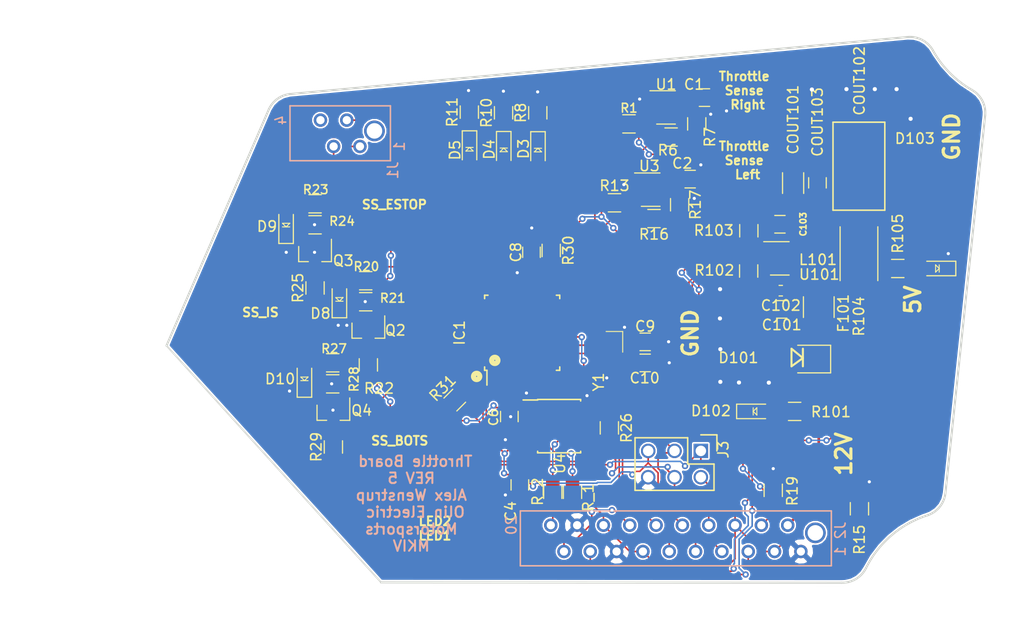
<source format=kicad_pcb>
(kicad_pcb (version 20171130) (host pcbnew 5.0.2-bee76a0~70~ubuntu18.04.1)
  (layers (0 F.Cu signal) (31 B.Cu signal) (34 B.Paste user) (35 F.Paste user) (36 B.SilkS user hide) (37 F.SilkS user) (38 B.Mask user) (39 F.Mask user) (44 Edge.Cuts user))
  (net 0 "")
  (net 1 GND)
  (net 2 VCC)
  (net 3 +12V)
  (net 4 "Net-(C8-Pad1)")
  (net 5 "Net-(C9-Pad1)")
  (net 6 "Net-(C10-Pad1)")
  (net 7 /ProgrammingLED1)
  (net 8 "Net-(D3-Pad1)")
  (net 9 "Net-(D4-Pad1)")
  (net 10 /ProgrammingLED2)
  (net 11 /ProgrammingLED3)
  (net 12 "Net-(D5-Pad1)")
  (net 13 "Net-(D8-Pad2)")
  (net 14 "Net-(D9-Pad2)")
  (net 15 "Net-(D10-Pad2)")
  (net 16 /MISO)
  (net 17 /MOSI)
  (net 18 "Net-(IC1-Pad3)")
  (net 19 /TXCAN)
  (net 20 /RXCAN)
  (net 21 "Net-(IC1-Pad8)")
  (net 22 "Net-(IC1-Pad9)")
  (net 23 /SCK)
  (net 24 /Drive_Mode_Out)
  (net 25 "Net-(IC1-Pad14)")
  (net 26 "Net-(IC1-Pad15)")
  (net 27 "Net-(IC1-Pad16)")
  (net 28 /Throttle1Adjusted)
  (net 29 /Throttle2Adjusted)
  (net 30 "Net-(IC1-Pad21)")
  (net 31 /SS_Inertia_Out_n)
  (net 32 /SS_EStop_Out_n)
  (net 33 /SS_BOTS_Out_n)
  (net 34 "Net-(IC1-Pad29)")
  (net 35 "Net-(IC1-Pad30)")
  (net 36 /RESET)
  (net 37 "Net-(IC1-Pad32)")
  (net 38 /SS_Cockpit_EStop)
  (net 39 /SS_BOTS)
  (net 40 /SS_Inertia_Switch)
  (net 41 /GND_DriveMode)
  (net 42 /CANH)
  (net 43 /CANL)
  (net 44 /Throttle1_Right_Sense)
  (net 45 /Throttle2_Left_Sense)
  (net 46 /LED1)
  (net 47 /LED2)
  (net 48 "Net-(R6-Pad2)")
  (net 49 "Net-(R16-Pad2)")
  (net 50 "Net-(U4-Pad5)")
  (net 51 "Net-(C101-Pad1)")
  (net 52 "Net-(C103-Pad2)")
  (net 53 "Net-(C103-Pad1)")
  (net 54 "Net-(COUT101-Pad1)")
  (net 55 "Net-(D102-Pad2)")
  (net 56 "Net-(D103-Pad2)")
  (net 57 "Net-(R102-Pad1)")
  (net 58 "Net-(IC1-Pad25)")
  (net 59 "Net-(J1-Pad4)")
  (module footprints:R_0805_OEM (layer F.Cu) (at 74.7395 75.1815 90)
    (fp_text reference R_2 (at 0.061 -1.4605 90) (layer F.SilkS))
    (fp_text value R_200 hide)
    (pad 2 smd rect (at 0.95 0 90) (size 0.7 1.3) (layers F.Cu F.Paste F.Mask) (net 22 "Net-(IC1-Pad9)"))
    (pad 1 smd rect (at -0.95 0 90) (size 0.7 1.3) (layers F.Cu F.Paste F.Mask) (net 47 /LED2))
  )
  (module footprints:C_0603_1608Metric (layer F.Cu) (at 96.738623 55.711057 180)
    (fp_text reference C102 (at 0 -1.43 180) (layer F.SilkS))
    (fp_text value C_2.2uF)
    (pad 2 smd roundrect (at 0.7875 0 180) (size 0.875 0.95) (layers F.Cu F.Paste F.Mask) (net 1 GND))
    (pad 1 smd roundrect (at -0.7875 0 180) (size 0.875 0.95) (layers F.Cu F.Paste F.Mask) (net 51 "Net-(C101-Pad1)"))
  )
  (module footprints:C_0805_OEM (layer F.Cu) (at 96.829303 57.516997 180)
    (fp_text reference C101 (at 0 -1.5 180) (layer F.SilkS))
    (fp_text value C_0.1uF hide)
    (pad 2 smd rect (at 1 0 180) (size 1 1.25) (layers F.Cu F.Paste F.Mask) (net 1 GND))
    (pad 1 smd rect (at -1 0 180) (size 1 1.25) (layers F.Cu F.Paste F.Mask) (net 51 "Net-(C101-Pad1)"))
  )
  (module footprints:LED_0805_OEM (layer F.Cu) (at 73.31122 42.159223 270)
    (fp_text reference D3 (at -0.1475 1.397 270) (layer F.SilkS))
    (fp_text value LED_0805 hide)
    (pad 1 smd rect (at -1.1 0 90) (size 1.2 1.2) (layers F.Cu F.Paste F.Mask) (net 8 "Net-(D3-Pad1)"))
    (pad 2 smd rect (at 1.1 0 90) (size 1.2 1.2) (layers F.Cu F.Paste F.Mask) (net 7 /ProgrammingLED1))
  )
  (module footprints:LED_0805_OEM (layer F.Cu) (at 66.70722 42.075223 270)
    (fp_text reference D5 (at 0.0635 1.397 270) (layer F.SilkS))
    (fp_text value LED_0805 hide)
    (pad 1 smd rect (at -1.1 0 90) (size 1.2 1.2) (layers F.Cu F.Paste F.Mask) (net 12 "Net-(D5-Pad1)"))
    (pad 2 smd rect (at 1.1 0 90) (size 1.2 1.2) (layers F.Cu F.Paste F.Mask) (net 11 /ProgrammingLED3))
  )
  (module footprints:R_0805_OEM (layer F.Cu) (at 80.2005 68.961 270)
    (fp_text reference R26 (at 0 -1.65 270) (layer F.SilkS))
    (fp_text value "R_120 DNP" hide)
    (pad 2 smd rect (at 0.95 0 270) (size 0.7 1.3) (layers F.Cu F.Paste F.Mask) (net 43 /CANL))
    (pad 1 smd rect (at -0.95 0 270) (size 0.7 1.3) (layers F.Cu F.Paste F.Mask) (net 42 /CANH))
  )
  (module footprints:LED_0805_OEM (layer F.Cu) (at 70.00922 42.138723 270)
    (fp_text reference D4 (at -0.0635 1.397 270) (layer F.SilkS))
    (fp_text value LED_0805 hide)
    (pad 1 smd rect (at -1.1 0 90) (size 1.2 1.2) (layers F.Cu F.Paste F.Mask) (net 9 "Net-(D4-Pad1)"))
    (pad 2 smd rect (at 1.1 0 90) (size 1.2 1.2) (layers F.Cu F.Paste F.Mask) (net 10 /ProgrammingLED2))
  )
  (module footprints:SOT-23-5_OEM (layer F.Cu) (at 85.66722 38.01515)
    (fp_text reference U1 (at 0 -2.22) (layer F.SilkS))
    (fp_text value MCP6001 hide)
    (pad 5 smd rect (at 1.1 -0.95) (size 1.06 0.65) (layers F.Cu F.Paste F.Mask) (net 2 VCC))
    (pad 4 smd rect (at 1.1 0.95) (size 1.06 0.65) (layers F.Cu F.Paste F.Mask) (net 48 "Net-(R6-Pad2)"))
    (pad 3 smd rect (at -1.1 0.95) (size 1.06 0.65) (layers F.Cu F.Paste F.Mask) (net 44 /Throttle1_Right_Sense))
    (pad 2 smd rect (at -1.1 0) (size 1.06 0.65) (layers F.Cu F.Paste F.Mask) (net 1 GND))
    (pad 1 smd rect (at -1.1 -0.95) (size 1.06 0.65) (layers F.Cu F.Paste F.Mask) (net 29 /Throttle2Adjusted))
  )
  (module footprints:SOIC-8_3.9x4.9mm_Pitch1.27mm_OEM (layer F.Cu) (at 75.352659 68.792706)
    (fp_text reference U4 (at 0.066491 3.612075 -270) (layer F.SilkS))
    (fp_text value CAN_Transceiver hide)
    (pad 8 smd rect (at 2.7 -1.905) (size 1.55 0.6) (layers F.Cu F.Paste F.Mask) (net 1 GND))
    (pad 7 smd rect (at 2.7 -0.635) (size 1.55 0.6) (layers F.Cu F.Paste F.Mask) (net 42 /CANH))
    (pad 6 smd rect (at 2.7 0.635) (size 1.55 0.6) (layers F.Cu F.Paste F.Mask) (net 43 /CANL))
    (pad 5 smd rect (at 2.7 1.905) (size 1.55 0.6) (layers F.Cu F.Paste F.Mask) (net 50 "Net-(U4-Pad5)"))
    (pad 4 smd rect (at -2.7 1.905) (size 1.55 0.6) (layers F.Cu F.Paste F.Mask) (net 20 /RXCAN))
    (pad 3 smd rect (at -2.7 0.635) (size 1.55 0.6) (layers F.Cu F.Paste F.Mask) (net 2 VCC))
    (pad 2 smd rect (at -2.7 -0.635) (size 1.55 0.6) (layers F.Cu F.Paste F.Mask) (net 1 GND))
    (pad 1 smd rect (at -2.7 -1.905) (size 1.55 0.6) (layers F.Cu F.Paste F.Mask) (net 19 /TXCAN))
  )
  (module footprints:Pin_Header_Straight_2x03 (layer F.Cu) (at 89.027 71.1835 270)
    (fp_text reference J3 (at -0.127 -2.159 270) (layer F.SilkS))
    (fp_text value CONN_02X03 hide)
    (pad 6 thru_hole circle (at 2.54 5.08 270) (size 1.4 1.4) (drill 1.016) (layers *.Cu *.Mask) (net 1 GND))
    (pad 5 thru_hole circle (at 0 5.08 270) (size 1.4 1.4) (drill 1.016) (layers *.Cu *.Mask) (net 36 /RESET))
    (pad 4 thru_hole circle (at 2.54 2.54 270) (size 1.4 1.4) (drill 1.016) (layers *.Cu *.Mask) (net 17 /MOSI))
    (pad 3 thru_hole circle (at 0 2.54 270) (size 1.4 1.4) (drill 1.016) (layers *.Cu *.Mask) (net 23 /SCK))
    (pad 2 thru_hole circle (at 2.54 0 270) (size 1.4 1.4) (drill 1.016) (layers *.Cu *.Mask) (net 2 VCC))
    (pad 1 thru_hole rect (at 0 0 270) (size 1.4 1.4) (drill 1.016) (layers *.Cu *.Mask) (net 16 /MISO))
  )
  (module footprints:C_0805_OEM (layer F.Cu) (at 89.377219 37.06515 180)
    (fp_text reference C1 (at 1 1.27 180) (layer F.SilkS))
    (fp_text value C_0.1uF hide)
    (pad 2 smd rect (at 1 0 180) (size 1 1.25) (layers F.Cu F.Paste F.Mask) (net 2 VCC))
    (pad 1 smd rect (at -1 0 180) (size 1 1.25) (layers F.Cu F.Paste F.Mask) (net 1 GND))
  )
  (module footprints:C_0805_OEM (layer F.Cu) (at 87.996219 44.93915 180)
    (fp_text reference C2 (at 0.762 1.524 180) (layer F.SilkS))
    (fp_text value C_0.1uF hide)
    (pad 2 smd rect (at 1 0 180) (size 1 1.25) (layers F.Cu F.Paste F.Mask) (net 2 VCC))
    (pad 1 smd rect (at -1 0 180) (size 1 1.25) (layers F.Cu F.Paste F.Mask) (net 1 GND))
  )
  (module footprints:C_0805_OEM (layer F.Cu) (at 71.5645 74.4695 270)
    (fp_text reference C4 (at 2.54 0.889 270) (layer F.SilkS))
    (fp_text value C_0.1uF hide)
    (pad 2 smd rect (at 1 0 270) (size 1 1.25) (layers F.Cu F.Paste F.Mask) (net 1 GND))
    (pad 1 smd rect (at -1 0 270) (size 1 1.25) (layers F.Cu F.Paste F.Mask) (net 2 VCC))
  )
  (module footprints:C_0805_OEM (layer F.Cu) (at 70.5485 67.8655 270)
    (fp_text reference C6 (at 0.0795 1.524 270) (layer F.SilkS) (effects (font (size 0.85 0.85))))
    (fp_text value C_0.1uF hide)
    (pad 2 smd rect (at 1 0 270) (size 1 1.25) (layers F.Cu F.Paste F.Mask) (net 1 GND))
    (pad 1 smd rect (at -1 0 270) (size 1 1.25) (layers F.Cu F.Paste F.Mask) (net 2 VCC))
  )
  (module footprints:LED_0805_OEM (layer F.Cu) (at 54.1518 56.528019 90)
    (fp_text reference D8 (at -1.383981 -1.8278 180) (layer F.SilkS))
    (fp_text value LED_0805 hide)
    (pad 1 smd rect (at -1.1 0 270) (size 1.2 1.2) (layers F.Cu F.Paste F.Mask) (net 1 GND))
    (pad 2 smd rect (at 1.1 0 270) (size 1.2 1.2) (layers F.Cu F.Paste F.Mask) (net 13 "Net-(D8-Pad2)"))
  )
  (module footprints:LED_0805_OEM (layer F.Cu) (at 49.008302 49.352518 90)
    (fp_text reference D9 (at -0.158631 -1.842581 180) (layer F.SilkS))
    (fp_text value LED_0805 hide)
    (pad 1 smd rect (at -1.1 0 270) (size 1.2 1.2) (layers F.Cu F.Paste F.Mask) (net 1 GND))
    (pad 2 smd rect (at 1.1 0 270) (size 1.2 1.2) (layers F.Cu F.Paste F.Mask) (net 14 "Net-(D9-Pad2)"))
  )
  (module footprints:LED_0805_OEM (layer F.Cu) (at 50.777368 64.201234 90)
    (fp_text reference D10 (at -0.031631 -2.350581 180) (layer F.SilkS))
    (fp_text value LED_0805 hide)
    (pad 1 smd rect (at -1.1 0 270) (size 1.2 1.2) (layers F.Cu F.Paste F.Mask) (net 1 GND))
    (pad 2 smd rect (at 1.1 0 270) (size 1.2 1.2) (layers F.Cu F.Paste F.Mask) (net 15 "Net-(D10-Pad2)"))
  )
  (module footprints:micromatch_female_vert_4 (layer B.Cu) (at 51.054 41.783 90)
    (fp_text reference J1 (at -2.31 8.258 90) (layer B.SilkS) (effects (justify mirror)))
    (fp_text value micromatch_female_TOP_ENTRY_locking_4 hide)
    (fp_text user 1 (at 0 8.89 90) (layer B.SilkS) (effects (justify mirror)))
    (fp_text user 4 (at 2.54 -2.54 90) (layer B.SilkS) (effects (justify mirror)))
    (pad 5 thru_hole circle (at 1.5 6.48 90) (size 2 2) (drill 1.5) (layers *.Cu *.Mask))
    (pad 4 thru_hole circle (at 2.54 1.27 90) (size 1.3 1.3) (drill 0.8) (layers *.Cu *.Mask) (net 59 "Net-(J1-Pad4)"))
    (pad 2 thru_hole circle (at 2.54 3.81 90) (size 1.3 1.3) (drill 0.8) (layers *.Cu *.Mask) (net 40 /SS_Inertia_Switch))
    (pad 1 thru_hole circle (at 0 5.08 90) (size 1.3 1.3) (drill 0.8) (layers *.Cu *.Mask) (net 39 /SS_BOTS))
    (pad 3 thru_hole circle (at 0 2.54 90) (size 1.3 1.3) (drill 0.8) (layers *.Cu *.Mask) (net 38 /SS_Cockpit_EStop))
  )
  (module footprints:micromatch_female_vert_20 (layer B.Cu) (at 93.599 80.899 90)
    (fp_text reference J2 (at 2.032 8.89 90) (layer B.SilkS) (effects (justify mirror)))
    (fp_text value micromatch_female_TOP_ENTRY_locking_20 hide)
    (fp_text user 1 (at 0 8.89 90) (layer B.SilkS) (effects (justify mirror)))
    (fp_text user 20 (at 2.54 -22.86 90) (layer B.SilkS) (effects (justify mirror)))
    (pad 21 thru_hole circle (at 1.8 6.48 90) (size 2 2) (drill 1.5) (layers *.Cu *.Mask))
    (pad 20 thru_hole circle (at 2.54 -19.05 90) (size 1.3 1.3) (drill 0.8) (layers *.Cu *.Mask) (net 47 /LED2))
    (pad 19 thru_hole circle (at 0 -17.78 90) (size 1.3 1.3) (drill 0.8) (layers *.Cu *.Mask) (net 46 /LED1))
    (pad 18 thru_hole circle (at 2.54 -16.51 90) (size 1.3 1.3) (drill 0.8) (layers *.Cu *.Mask) (net 1 GND))
    (pad 17 thru_hole circle (at 0 -15.24 90) (size 1.3 1.3) (drill 0.8) (layers *.Cu *.Mask) (net 45 /Throttle2_Left_Sense))
    (pad 16 thru_hole circle (at 2.54 -13.97 90) (size 1.3 1.3) (drill 0.8) (layers *.Cu *.Mask) (net 2 VCC))
    (pad 15 thru_hole circle (at 0 -12.7 90) (size 1.3 1.3) (drill 0.8) (layers *.Cu *.Mask) (net 1 GND))
    (pad 14 thru_hole circle (at 2.54 -11.43 90) (size 1.3 1.3) (drill 0.8) (layers *.Cu *.Mask) (net 44 /Throttle1_Right_Sense))
    (pad 13 thru_hole circle (at 0 -10.16 90) (size 1.3 1.3) (drill 0.8) (layers *.Cu *.Mask) (net 2 VCC))
    (pad 12 thru_hole circle (at 2.54 -8.89 90) (size 1.3 1.3) (drill 0.8) (layers *.Cu *.Mask) (net 43 /CANL))
    (pad 11 thru_hole circle (at 0 -7.62 90) (size 1.3 1.3) (drill 0.8) (layers *.Cu *.Mask) (net 42 /CANH))
    (pad 10 thru_hole circle (at 2.54 -6.35 90) (size 1.3 1.3) (drill 0.8) (layers *.Cu *.Mask) (net 36 /RESET))
    (pad 9 thru_hole circle (at 0 -5.08 90) (size 1.3 1.3) (drill 0.8) (layers *.Cu *.Mask) (net 23 /SCK))
    (pad 8 thru_hole circle (at 2.54 -3.81 90) (size 1.3 1.3) (drill 0.8) (layers *.Cu *.Mask) (net 16 /MISO))
    (pad 6 thru_hole circle (at 2.54 -1.27 90) (size 1.3 1.3) (drill 0.8) (layers *.Cu *.Mask) (net 2 VCC))
    (pad 4 thru_hole circle (at 2.54 1.27 90) (size 1.3 1.3) (drill 0.8) (layers *.Cu *.Mask) (net 24 /Drive_Mode_Out))
    (pad 2 thru_hole circle (at 2.54 3.81 90) (size 1.3 1.3) (drill 0.8) (layers *.Cu *.Mask) (net 3 +12V))
    (pad 7 thru_hole circle (at 0 -2.54 90) (size 1.3 1.3) (drill 0.8) (layers *.Cu *.Mask) (net 17 /MOSI))
    (pad 1 thru_hole circle (at 0 5.08 90) (size 1.3 1.3) (drill 0.8) (layers *.Cu *.Mask) (net 1 GND))
    (pad 3 thru_hole circle (at 0 2.54 90) (size 1.3 1.3) (drill 0.8) (layers *.Cu *.Mask) (net 2 VCC))
    (pad 5 thru_hole circle (at 0 0 90) (size 1.3 1.3) (drill 0.8) (layers *.Cu *.Mask) (net 41 /GND_DriveMode))
  )
  (module footprints:SOT-23F (layer F.Cu) (at 56.945801 59.54202 270)
    (fp_text reference Q2 (at 0 -2.602419 180) (layer F.SilkS))
    (fp_text value SSM3K333R hide)
    (pad 3 smd rect (at 1.05 0 270) (size 0.9 0.8) (layers F.Cu F.Paste F.Mask) (net 31 /SS_Inertia_Out_n))
    (pad 2 smd rect (at -1.05 0.95 270) (size 0.9 0.8) (layers F.Cu F.Paste F.Mask) (net 1 GND))
    (pad 1 smd rect (at -1.05 -0.95 270) (size 0.9 0.8) (layers F.Cu F.Paste F.Mask) (net 40 /SS_Inertia_Switch))
  )
  (module footprints:SOT-23F (layer F.Cu) (at 51.802301 52.146518 270)
    (fp_text reference Q3 (at 0.666631 -2.729419) (layer F.SilkS))
    (fp_text value SSM3K333R hide)
    (pad 3 smd rect (at 1.05 0 270) (size 0.9 0.8) (layers F.Cu F.Paste F.Mask) (net 32 /SS_EStop_Out_n))
    (pad 2 smd rect (at -1.05 0.95 270) (size 0.9 0.8) (layers F.Cu F.Paste F.Mask) (net 1 GND))
    (pad 1 smd rect (at -1.05 -0.95 270) (size 0.9 0.8) (layers F.Cu F.Paste F.Mask) (net 38 /SS_Cockpit_EStop))
  )
  (module footprints:SOT-23F (layer F.Cu) (at 53.571369 67.469234 270)
    (fp_text reference Q4 (at -0.188369 -2.729419) (layer F.SilkS))
    (fp_text value SSM3K333R hide)
    (pad 3 smd rect (at 1.05 0 270) (size 0.9 0.8) (layers F.Cu F.Paste F.Mask) (net 33 /SS_BOTS_Out_n))
    (pad 2 smd rect (at -1.05 0.95 270) (size 0.9 0.8) (layers F.Cu F.Paste F.Mask) (net 1 GND))
    (pad 1 smd rect (at -1.05 -0.95 270) (size 0.9 0.8) (layers F.Cu F.Paste F.Mask) (net 39 /SS_BOTS))
  )
  (module footprints:R_0805_OEM (layer F.Cu) (at 82.09322 39.60515)
    (fp_text reference R1 (at 0 -1.524) (layer F.SilkS) (effects (font (size 0.85 0.85))))
    (fp_text value R_1M hide)
    (pad 2 smd rect (at 0.95 0) (size 0.7 1.3) (layers F.Cu F.Paste F.Mask) (net 44 /Throttle1_Right_Sense))
    (pad 1 smd rect (at -0.95 0) (size 0.7 1.3) (layers F.Cu F.Paste F.Mask) (net 2 VCC))
  )
  (module footprints:R_0805_OEM (layer F.Cu) (at 86.157218 40.87515)
    (fp_text reference R6 (at -0.32 1.27) (layer F.SilkS))
    (fp_text value R_1k hide)
    (pad 2 smd rect (at 0.95 0) (size 0.7 1.3) (layers F.Cu F.Paste F.Mask) (net 48 "Net-(R6-Pad2)"))
    (pad 1 smd rect (at -0.95 0) (size 0.7 1.3) (layers F.Cu F.Paste F.Mask) (net 29 /Throttle2Adjusted))
  )
  (module footprints:R_0805_OEM (layer F.Cu) (at 88.63122 39.60515 90)
    (fp_text reference R7 (at -1.27 1.27 90) (layer F.SilkS))
    (fp_text value R_2.2k hide)
    (pad 2 smd rect (at 0.95 0 90) (size 0.7 1.3) (layers F.Cu F.Paste F.Mask) (net 1 GND))
    (pad 1 smd rect (at -0.95 0 90) (size 0.7 1.3) (layers F.Cu F.Paste F.Mask) (net 48 "Net-(R6-Pad2)"))
  )
  (module footprints:R_0805_OEM (layer F.Cu) (at 73.29237 38.534003 90)
    (fp_text reference R8 (at 0 -1.65 90) (layer F.SilkS))
    (fp_text value R_200 hide)
    (pad 2 smd rect (at 0.95 0 90) (size 0.7 1.3) (layers F.Cu F.Paste F.Mask) (net 1 GND))
    (pad 1 smd rect (at -0.95 0 90) (size 0.7 1.3) (layers F.Cu F.Paste F.Mask) (net 8 "Net-(D3-Pad1)"))
  )
  (module footprints:R_0805_OEM (layer F.Cu) (at 69.990371 38.534003 90)
    (fp_text reference R10 (at 0 -1.65 90) (layer F.SilkS))
    (fp_text value R_200 hide)
    (pad 2 smd rect (at 0.95 0 90) (size 0.7 1.3) (layers F.Cu F.Paste F.Mask) (net 1 GND))
    (pad 1 smd rect (at -0.95 0 90) (size 0.7 1.3) (layers F.Cu F.Paste F.Mask) (net 9 "Net-(D4-Pad1)"))
  )
  (module footprints:R_0805_OEM (layer F.Cu) (at 66.688369 38.468004 90)
    (fp_text reference R11 (at 0 -1.65 90) (layer F.SilkS))
    (fp_text value R_200 hide)
    (pad 2 smd rect (at 0.95 0 90) (size 0.7 1.3) (layers F.Cu F.Paste F.Mask) (net 1 GND))
    (pad 1 smd rect (at -0.95 0 90) (size 0.7 1.3) (layers F.Cu F.Paste F.Mask) (net 12 "Net-(D5-Pad1)"))
  )
  (module footprints:R_0805_OEM (layer F.Cu) (at 80.69622 47.22515)
    (fp_text reference R13 (at 0 -1.65) (layer F.SilkS))
    (fp_text value R_1M hide)
    (pad 2 smd rect (at 0.95 0) (size 0.7 1.3) (layers F.Cu F.Paste F.Mask) (net 45 /Throttle2_Left_Sense))
    (pad 1 smd rect (at -0.95 0) (size 0.7 1.3) (layers F.Cu F.Paste F.Mask) (net 2 VCC))
  )
  (module footprints:R_0805_OEM (layer F.Cu) (at 104.3305 76.7715 270)
    (fp_text reference R15 (at 2.982 0 90) (layer F.SilkS))
    (fp_text value R_22K hide)
    (pad 2 smd rect (at 0.95 0 270) (size 0.7 1.3) (layers F.Cu F.Paste F.Mask) (net 41 /GND_DriveMode))
    (pad 1 smd rect (at -0.95 0 270) (size 0.7 1.3) (layers F.Cu F.Paste F.Mask) (net 1 GND))
  )
  (module footprints:R_0805_OEM (layer F.Cu) (at 84.50622 48.74915)
    (fp_text reference R16 (at 0 1.524) (layer F.SilkS))
    (fp_text value R_2.2k hide)
    (pad 2 smd rect (at 0.95 0) (size 0.7 1.3) (layers F.Cu F.Paste F.Mask) (net 49 "Net-(R16-Pad2)"))
    (pad 1 smd rect (at -0.95 0) (size 0.7 1.3) (layers F.Cu F.Paste F.Mask) (net 28 /Throttle1Adjusted))
  )
  (module footprints:R_0805_OEM (layer F.Cu) (at 86.980219 47.41315 90)
    (fp_text reference R17 (at 0 1.524 90) (layer F.SilkS))
    (fp_text value R_2.2k hide)
    (pad 2 smd rect (at 0.95 0 90) (size 0.7 1.3) (layers F.Cu F.Paste F.Mask) (net 1 GND))
    (pad 1 smd rect (at -0.95 0 90) (size 0.7 1.3) (layers F.Cu F.Paste F.Mask) (net 49 "Net-(R16-Pad2)"))
  )
  (module footprints:R_0805_OEM (layer F.Cu) (at 96.012 74.991 90)
    (fp_text reference R19 (at -0.066 1.8415 90) (layer F.SilkS))
    (fp_text value R_22K hide)
    (pad 2 smd rect (at 0.95 0 90) (size 0.7 1.3) (layers F.Cu F.Paste F.Mask) (net 1 GND))
    (pad 1 smd rect (at -0.95 0 90) (size 0.7 1.3) (layers F.Cu F.Paste F.Mask) (net 24 /Drive_Mode_Out))
  )
  (module footprints:R_0805_OEM (layer F.Cu) (at 56.6918 54.750017 180)
    (fp_text reference R20 (at -0.062419 1.365369) (layer F.SilkS) (effects (font (size 0.85 0.85))))
    (fp_text value R_1k hide)
    (pad 2 smd rect (at 0.95 0 180) (size 0.7 1.3) (layers F.Cu F.Paste F.Mask) (net 13 "Net-(D8-Pad2)"))
    (pad 1 smd rect (at -0.95 0 180) (size 0.7 1.3) (layers F.Cu F.Paste F.Mask) (net 40 /SS_Inertia_Switch))
  )
  (module footprints:R_0805_OEM (layer F.Cu) (at 56.6918 56.782019 180)
    (fp_text reference R21 (at -2.602419 0.349369) (layer F.SilkS) (effects (font (size 0.85 0.85))))
    (fp_text value R_100k hide)
    (pad 2 smd rect (at 0.95 0 180) (size 0.7 1.3) (layers F.Cu F.Paste F.Mask) (net 1 GND))
    (pad 1 smd rect (at -0.95 0 180) (size 0.7 1.3) (layers F.Cu F.Paste F.Mask) (net 40 /SS_Inertia_Switch))
  )
  (module footprints:R_0805_OEM (layer F.Cu) (at 56.945799 62.878017 90)
    (fp_text reference R22 (at -2.272983 1.029701 180) (layer F.SilkS))
    (fp_text value R_10k hide)
    (pad 2 smd rect (at 0.95 0 90) (size 0.7 1.3) (layers F.Cu F.Paste F.Mask) (net 31 /SS_Inertia_Out_n))
    (pad 1 smd rect (at -0.95 0 90) (size 0.7 1.3) (layers F.Cu F.Paste F.Mask) (net 2 VCC))
  )
  (module footprints:R_0805_OEM (layer F.Cu) (at 51.8023 47.320519 180)
    (fp_text reference R23 (at -0.062419 1.365369) (layer F.SilkS) (effects (font (size 0.85 0.85))))
    (fp_text value R_1k hide)
    (pad 2 smd rect (at 0.95 0 180) (size 0.7 1.3) (layers F.Cu F.Paste F.Mask) (net 14 "Net-(D9-Pad2)"))
    (pad 1 smd rect (at -0.95 0 180) (size 0.7 1.3) (layers F.Cu F.Paste F.Mask) (net 38 /SS_Cockpit_EStop))
  )
  (module footprints:R_0805_OEM (layer F.Cu) (at 51.802301 49.352517 180)
    (fp_text reference R24 (at -2.602419 0.349369) (layer F.SilkS) (effects (font (size 0.85 0.85))))
    (fp_text value R_100k hide)
    (pad 2 smd rect (at 0.95 0 180) (size 0.7 1.3) (layers F.Cu F.Paste F.Mask) (net 1 GND))
    (pad 1 smd rect (at -0.95 0 180) (size 0.7 1.3) (layers F.Cu F.Paste F.Mask) (net 38 /SS_Cockpit_EStop))
  )
  (module footprints:R_0805_OEM (layer F.Cu) (at 51.8023 55.448519 90)
    (fp_text reference R25 (at 0 -1.65 90) (layer F.SilkS))
    (fp_text value R_10k hide)
    (pad 2 smd rect (at 0.95 0 90) (size 0.7 1.3) (layers F.Cu F.Paste F.Mask) (net 32 /SS_EStop_Out_n))
    (pad 1 smd rect (at -0.95 0 90) (size 0.7 1.3) (layers F.Cu F.Paste F.Mask) (net 2 VCC))
  )
  (module footprints:R_0805_OEM (layer F.Cu) (at 53.505369 62.677233 180)
    (fp_text reference R27 (at -0.128419 1.365369) (layer F.SilkS) (effects (font (size 0.85 0.85))))
    (fp_text value R_1k hide)
    (pad 2 smd rect (at 0.95 0 180) (size 0.7 1.3) (layers F.Cu F.Paste F.Mask) (net 15 "Net-(D10-Pad2)"))
    (pad 1 smd rect (at -0.95 0 180) (size 0.7 1.3) (layers F.Cu F.Paste F.Mask) (net 39 /SS_BOTS))
  )
  (module footprints:R_0805_OEM (layer F.Cu) (at 53.505368 64.709234 180)
    (fp_text reference R28 (at -2.057132 0.447234 90) (layer F.SilkS) (effects (font (size 0.85 0.85))))
    (fp_text value R_100k hide)
    (pad 2 smd rect (at 0.95 0 180) (size 0.7 1.3) (layers F.Cu F.Paste F.Mask) (net 1 GND))
    (pad 1 smd rect (at -0.95 0 180) (size 0.7 1.3) (layers F.Cu F.Paste F.Mask) (net 39 /SS_BOTS))
  )
  (module footprints:R_0805_OEM (layer F.Cu) (at 53.571369 70.805234 90)
    (fp_text reference R29 (at 0 -1.65 90) (layer F.SilkS))
    (fp_text value R_10k hide)
    (pad 2 smd rect (at 0.95 0 90) (size 0.7 1.3) (layers F.Cu F.Paste F.Mask) (net 33 /SS_BOTS_Out_n))
    (pad 1 smd rect (at -0.95 0 90) (size 0.7 1.3) (layers F.Cu F.Paste F.Mask) (net 2 VCC))
  )
  (module footprints:SOT-23-5_OEM (layer F.Cu) (at 84.18622 45.955149)
    (fp_text reference U3 (at -0.127 -2.286) (layer F.SilkS))
    (fp_text value MCP6001 hide)
    (pad 5 smd rect (at 1.1 -0.95) (size 1.06 0.65) (layers F.Cu F.Paste F.Mask) (net 2 VCC))
    (pad 4 smd rect (at 1.1 0.95) (size 1.06 0.65) (layers F.Cu F.Paste F.Mask) (net 49 "Net-(R16-Pad2)"))
    (pad 3 smd rect (at -1.1 0.95) (size 1.06 0.65) (layers F.Cu F.Paste F.Mask) (net 45 /Throttle2_Left_Sense))
    (pad 2 smd rect (at -1.1 0) (size 1.06 0.65) (layers F.Cu F.Paste F.Mask) (net 1 GND))
    (pad 1 smd rect (at -1.1 -0.95) (size 1.06 0.65) (layers F.Cu F.Paste F.Mask) (net 28 /Throttle1Adjusted))
  )
  (module footprints:R_0805_OEM (layer F.Cu) (at 76.6445 75.1815 90)
    (fp_text reference R_1 (at -0.508 1.524 90) (layer F.SilkS))
    (fp_text value R_200 hide)
    (pad 2 smd rect (at 0.95 0 90) (size 0.7 1.3) (layers F.Cu F.Paste F.Mask) (net 21 "Net-(IC1-Pad8)"))
    (pad 1 smd rect (at -0.95 0 90) (size 0.7 1.3) (layers F.Cu F.Paste F.Mask) (net 46 /LED1))
  )
  (module footprints:Fuse_1812 (layer F.Cu) (at 104.279123 46.440057 90)
    (fp_text reference COUT102 (at 10.9957 0.049 90) (layer F.SilkS))
    (fp_text value C_33uF hide)
    (pad 1 smd rect (at 0 0 90) (size 1.78 3.5) (layers F.Cu F.Paste F.Mask) (net 54 "Net-(COUT101-Pad1)"))
    (pad 2 smd rect (at 5.28 0 90) (size 1.78 3.5) (layers F.Cu F.Paste F.Mask) (net 1 GND))
  )
  (module footprints:C_0805_OEM (layer F.Cu) (at 96.659123 49.297557 180)
    (fp_text reference C103 (at -2.244 0.0032 90) (layer F.SilkS) (effects (font (size 0.6 0.6))))
    (fp_text value C_0.1uF hide)
    (pad 2 smd rect (at 1 0 180) (size 1 1.25) (layers F.Cu F.Paste F.Mask) (net 52 "Net-(C103-Pad2)"))
    (pad 1 smd rect (at -1 0 180) (size 1 1.25) (layers F.Cu F.Paste F.Mask) (net 53 "Net-(C103-Pad1)"))
  )
  (module footprints:Fuse_1210 (layer F.Cu) (at 100.405623 57.298557 270)
    (fp_text reference F101 (at 0.5958 -2.3725 270) (layer F.SilkS))
    (fp_text value F_500mA_16V hide)
    (pad 2 smd rect (at 1.45 0 270) (size 0.9 2.5) (layers F.Cu F.Paste F.Mask) (net 3 +12V))
    (pad 1 smd rect (at -1.45 0 270) (size 0.9 2.5) (layers F.Cu F.Paste F.Mask) (net 51 "Net-(C101-Pad1)"))
  )
  (module footprints:R_0805_OEM (layer F.Cu) (at 93.656843 49.924937 270)
    (fp_text reference R103 (at -0.03058 3.37872) (layer F.SilkS))
    (fp_text value R_100K hide)
    (pad 2 smd rect (at 0.95 0 270) (size 0.7 1.3) (layers F.Cu F.Paste F.Mask) (net 57 "Net-(R102-Pad1)"))
    (pad 1 smd rect (at -0.95 0 270) (size 0.7 1.3) (layers F.Cu F.Paste F.Mask) (net 54 "Net-(COUT101-Pad1)"))
  )
  (module footprints:R_0805_OEM (layer F.Cu) (at 93.641603 53.811137 270)
    (fp_text reference R102 (at -0.06678 3.31348) (layer F.SilkS))
    (fp_text value R_25K hide)
    (pad 2 smd rect (at 0.95 0 270) (size 0.7 1.3) (layers F.Cu F.Paste F.Mask) (net 1 GND))
    (pad 1 smd rect (at -0.95 0 270) (size 0.7 1.3) (layers F.Cu F.Paste F.Mask) (net 57 "Net-(R102-Pad1)"))
  )
  (module footprints:R_0805_OEM (layer F.Cu) (at 108.028123 53.569357)
    (fp_text reference R105 (at 0 -3.375 -270) (layer F.SilkS))
    (fp_text value R_200 hide)
    (pad 2 smd rect (at 0.95 0) (size 0.7 1.3) (layers F.Cu F.Paste F.Mask) (net 56 "Net-(D103-Pad2)"))
    (pad 1 smd rect (at -0.95 0) (size 0.7 1.3) (layers F.Cu F.Paste F.Mask) (net 2 VCC))
  )
  (module footprints:R_2512_OEM (layer F.Cu) (at 104.284203 52.141157 270)
    (fp_text reference R104 (at 6.0532 0.00608 270) (layer F.SilkS))
    (fp_text value R_0_2512 hide)
    (pad 2 smd rect (at 3.1 0 270) (size 1 3.2) (layers F.Cu F.Paste F.Mask) (net 2 VCC))
    (pad 1 smd rect (at -3.1 0 270) (size 1 3.2) (layers F.Cu F.Paste F.Mask) (net 54 "Net-(COUT101-Pad1)"))
  )
  (module footprints:SOT-23-6_OEM (layer F.Cu) (at 96.643923 52.591757)
    (fp_text reference U101 (at 3.8092 1.5526) (layer F.SilkS))
    (fp_text value TPS560430YF hide)
    (pad 5 smd rect (at 1.1 0) (size 1.06 0.65) (layers F.Cu F.Paste F.Mask) (net 51 "Net-(C101-Pad1)"))
    (pad 6 smd rect (at 1.1 -0.95) (size 1.06 0.65) (layers F.Cu F.Paste F.Mask) (net 53 "Net-(C103-Pad1)"))
    (pad 4 smd rect (at 1.1 0.95) (size 1.06 0.65) (layers F.Cu F.Paste F.Mask) (net 51 "Net-(C101-Pad1)"))
    (pad 3 smd rect (at -1.1 0.95) (size 1.06 0.65) (layers F.Cu F.Paste F.Mask) (net 57 "Net-(R102-Pad1)"))
    (pad 2 smd rect (at -1.1 0) (size 1.06 0.65) (layers F.Cu F.Paste F.Mask) (net 1 GND))
    (pad 1 smd rect (at -1.1 -0.95) (size 1.06 0.65) (layers F.Cu F.Paste F.Mask) (net 52 "Net-(C103-Pad2)"))
  )
  (module footprints:C_1206_OEM (layer F.Cu) (at 97.929123 45.321057 90)
    (fp_text reference COUT101 (at 6.1267 -0.001 90) (layer F.SilkS))
    (fp_text value C_22uF hide)
    (pad 2 smd rect (at 1.5 0 90) (size 1 1.6) (layers F.Cu F.Paste F.Mask) (net 1 GND))
    (pad 1 smd rect (at -1.5 0 90) (size 1 1.6) (layers F.Cu F.Paste F.Mask) (net 54 "Net-(COUT101-Pad1)"))
  )
  (module footprints:C_0805_OEM (layer F.Cu) (at 100.278623 45.297057 90)
    (fp_text reference COUT103 (at 5.8777 -0.0005 90) (layer F.SilkS))
    (fp_text value C_47uF hide)
    (pad 2 smd rect (at 1 0 90) (size 1 1.25) (layers F.Cu F.Paste F.Mask) (net 1 GND))
    (pad 1 smd rect (at -1 0 90) (size 1 1.25) (layers F.Cu F.Paste F.Mask) (net 54 "Net-(COUT101-Pad1)"))
  )
  (module footprints:DO-214AA (layer F.Cu) (at 98.373623 62.315057 180)
    (fp_text reference D101 (at 5.7205 0.1207) (layer F.SilkS))
    (fp_text value D_Zener_18V hide)
    (pad 1 smd rect (at -2.032 0) (size 1.778 2.159) (layers F.Cu F.Paste F.Mask) (net 3 +12V))
    (pad 2 smd rect (at 2.032 0) (size 1.778 2.159) (layers F.Cu F.Paste F.Mask) (net 1 GND))
  )
  (module footprints:LED_0805_OEM (layer F.Cu) (at 111.828123 53.569357 180)
    (fp_text reference D103 (at 2.151374 12.548614) (layer F.SilkS))
    (fp_text value LED_0805 hide)
    (pad 1 smd rect (at -1.1 0) (size 1.2 1.2) (layers F.Cu F.Paste F.Mask) (net 1 GND))
    (pad 2 smd rect (at 1.1 0) (size 1.2 1.2) (layers F.Cu F.Paste F.Mask) (net 56 "Net-(D103-Pad2)"))
  )
  (module footprints:LED_0805_OEM (layer F.Cu) (at 94.278123 67.369357)
    (fp_text reference D102 (at -4.275 -0.05 -180) (layer F.SilkS))
    (fp_text value LED_0805 hide)
    (pad 1 smd rect (at -1.1 0 180) (size 1.2 1.2) (layers F.Cu F.Paste F.Mask) (net 1 GND))
    (pad 2 smd rect (at 1.1 0 180) (size 1.2 1.2) (layers F.Cu F.Paste F.Mask) (net 55 "Net-(D102-Pad2)"))
  )
  (module footprints:R_0805_OEM (layer F.Cu) (at 98.078123 67.369357 180)
    (fp_text reference R101 (at -3.5 -0.05) (layer F.SilkS))
    (fp_text value R_200 hide)
    (pad 2 smd rect (at 0.95 0 180) (size 0.7 1.3) (layers F.Cu F.Paste F.Mask) (net 55 "Net-(D102-Pad2)"))
    (pad 1 smd rect (at -0.95 0 180) (size 0.7 1.3) (layers F.Cu F.Paste F.Mask) (net 51 "Net-(C101-Pad1)"))
  )
  (module footprints:C_0805_OEM (layer F.Cu) (at 72.685292 52.003669 90)
    (fp_text reference C8 (at 0 -1.5 90) (layer F.SilkS))
    (fp_text value C_100pF hide)
    (pad 2 smd rect (at 1 0 90) (size 1 1.25) (layers F.Cu F.Paste F.Mask) (net 1 GND))
    (pad 1 smd rect (at -1 0 90) (size 1 1.25) (layers F.Cu F.Paste F.Mask) (net 4 "Net-(C8-Pad1)"))
  )
  (module footprints:C_0805_OEM (layer F.Cu) (at 83.654792 60.655669)
    (fp_text reference C9 (at 0 -1.5) (layer F.SilkS))
    (fp_text value C_30pF hide)
    (pad 2 smd rect (at 1 0) (size 1 1.25) (layers F.Cu F.Paste F.Mask) (net 1 GND))
    (pad 1 smd rect (at -1 0) (size 1 1.25) (layers F.Cu F.Paste F.Mask) (net 5 "Net-(C9-Pad1)"))
  )
  (module footprints:C_0805_OEM (layer F.Cu) (at 83.654792 62.687669)
    (fp_text reference C10 (at -0.0475 1.4605) (layer F.SilkS))
    (fp_text value C_30pF hide)
    (pad 2 smd rect (at 1 0) (size 1 1.25) (layers F.Cu F.Paste F.Mask) (net 1 GND))
    (pad 1 smd rect (at -1 0) (size 1 1.25) (layers F.Cu F.Paste F.Mask) (net 6 "Net-(C10-Pad1)"))
  )
  (module footprints:TQFP-32_7x7mm_Pitch0.8mm (layer F.Cu) (at 71.787293 59.775668 90)
    (fp_text reference IC1 (at 0 -6.05 90) (layer F.SilkS))
    (fp_text value ATMEGA16M1 hide)
    (pad 32 smd rect (at -2.8 -4.25 180) (size 1.6 0.55) (layers F.Cu F.Paste F.Mask) (net 37 "Net-(IC1-Pad32)"))
    (pad 31 smd rect (at -2 -4.25 180) (size 1.6 0.55) (layers F.Cu F.Paste F.Mask) (net 36 /RESET))
    (pad 30 smd rect (at -1.2 -4.25 180) (size 1.6 0.55) (layers F.Cu F.Paste F.Mask) (net 35 "Net-(IC1-Pad30)"))
    (pad 29 smd rect (at -0.4 -4.25 180) (size 1.6 0.55) (layers F.Cu F.Paste F.Mask) (net 34 "Net-(IC1-Pad29)"))
    (pad 28 smd rect (at 0.4 -4.25 180) (size 1.6 0.55) (layers F.Cu F.Paste F.Mask) (net 33 /SS_BOTS_Out_n))
    (pad 27 smd rect (at 1.2 -4.25 180) (size 1.6 0.55) (layers F.Cu F.Paste F.Mask) (net 31 /SS_Inertia_Out_n))
    (pad 26 smd rect (at 2 -4.25 180) (size 1.6 0.55) (layers F.Cu F.Paste F.Mask) (net 32 /SS_EStop_Out_n))
    (pad 25 smd rect (at 2.8 -4.25 180) (size 1.6 0.55) (layers F.Cu F.Paste F.Mask) (net 58 "Net-(IC1-Pad25)"))
    (pad 24 smd rect (at 4.25 -2.8 90) (size 1.6 0.55) (layers F.Cu F.Paste F.Mask) (net 11 /ProgrammingLED3))
    (pad 23 smd rect (at 4.25 -2 90) (size 1.6 0.55) (layers F.Cu F.Paste F.Mask) (net 10 /ProgrammingLED2))
    (pad 22 smd rect (at 4.25 -1.2 90) (size 1.6 0.55) (layers F.Cu F.Paste F.Mask) (net 7 /ProgrammingLED1))
    (pad 21 smd rect (at 4.25 -0.4 90) (size 1.6 0.55) (layers F.Cu F.Paste F.Mask) (net 30 "Net-(IC1-Pad21)"))
    (pad 20 smd rect (at 4.25 0.4 90) (size 1.6 0.55) (layers F.Cu F.Paste F.Mask) (net 1 GND))
    (pad 19 smd rect (at 4.25 1.2 90) (size 1.6 0.55) (layers F.Cu F.Paste F.Mask) (net 4 "Net-(C8-Pad1)"))
    (pad 18 smd rect (at 4.25 2 90) (size 1.6 0.55) (layers F.Cu F.Paste F.Mask) (net 29 /Throttle2Adjusted))
    (pad 17 smd rect (at 4.25 2.8 90) (size 1.6 0.55) (layers F.Cu F.Paste F.Mask) (net 28 /Throttle1Adjusted))
    (pad 16 smd rect (at 2.8 4.25 180) (size 1.6 0.55) (layers F.Cu F.Paste F.Mask) (net 27 "Net-(IC1-Pad16)"))
    (pad 15 smd rect (at 2 4.25 180) (size 1.6 0.55) (layers F.Cu F.Paste F.Mask) (net 26 "Net-(IC1-Pad15)"))
    (pad 14 smd rect (at 1.2 4.25 180) (size 1.6 0.55) (layers F.Cu F.Paste F.Mask) (net 25 "Net-(IC1-Pad14)"))
    (pad 13 smd rect (at 0.4 4.25 180) (size 1.6 0.55) (layers F.Cu F.Paste F.Mask) (net 24 /Drive_Mode_Out))
    (pad 12 smd rect (at -0.4 4.25 180) (size 1.6 0.55) (layers F.Cu F.Paste F.Mask) (net 23 /SCK))
    (pad 11 smd rect (at -1.2 4.25 180) (size 1.6 0.55) (layers F.Cu F.Paste F.Mask) (net 5 "Net-(C9-Pad1)"))
    (pad 10 smd rect (at -2 4.25 180) (size 1.6 0.55) (layers F.Cu F.Paste F.Mask) (net 6 "Net-(C10-Pad1)"))
    (pad 9 smd rect (at -2.8 4.25 180) (size 1.6 0.55) (layers F.Cu F.Paste F.Mask) (net 22 "Net-(IC1-Pad9)"))
    (pad 8 smd rect (at -4.25 2.8 90) (size 1.6 0.55) (layers F.Cu F.Paste F.Mask) (net 21 "Net-(IC1-Pad8)"))
    (pad 7 smd rect (at -4.25 2 90) (size 1.6 0.55) (layers F.Cu F.Paste F.Mask) (net 20 /RXCAN))
    (pad 6 smd rect (at -4.25 1.2 90) (size 1.6 0.55) (layers F.Cu F.Paste F.Mask) (net 19 /TXCAN))
    (pad 5 smd rect (at -4.25 0.4 90) (size 1.6 0.55) (layers F.Cu F.Paste F.Mask) (net 1 GND))
    (pad 4 smd rect (at -4.25 -0.4 90) (size 1.6 0.55) (layers F.Cu F.Paste F.Mask) (net 2 VCC))
    (pad 3 smd rect (at -4.25 -1.2 90) (size 1.6 0.55) (layers F.Cu F.Paste F.Mask) (net 18 "Net-(IC1-Pad3)"))
    (pad 2 smd rect (at -4.25 -2 90) (size 1.6 0.55) (layers F.Cu F.Paste F.Mask) (net 17 /MOSI))
    (pad 1 smd rect (at -4.25 -2.8 90) (size 1.6 0.55) (layers F.Cu F.Paste F.Mask) (net 16 /MISO))
  )
  (module footprints:R_0805_OEM (layer F.Cu) (at 74.590292 51.826669 270)
    (fp_text reference R30 (at 0 -1.65 270) (layer F.SilkS))
    (fp_text value R_100 hide)
    (pad 2 smd rect (at 0.95 0 270) (size 0.7 1.3) (layers F.Cu F.Paste F.Mask) (net 4 "Net-(C8-Pad1)"))
    (pad 1 smd rect (at -0.95 0 270) (size 0.7 1.3) (layers F.Cu F.Paste F.Mask) (net 2 VCC))
  )
  (module footprints:R_0805_OEM (layer F.Cu) (at 65.282541 66.28042 45)
    (fp_text reference R31 (at 0 -1.65 45) (layer F.SilkS))
    (fp_text value R_10k hide)
    (pad 2 smd rect (at 0.95 0 45) (size 0.7 1.3) (layers F.Cu F.Paste F.Mask) (net 36 /RESET))
    (pad 1 smd rect (at -0.95 0 45) (size 0.7 1.3) (layers F.Cu F.Paste F.Mask) (net 2 VCC))
  )
  (module footprints:Crystal_SMD_FA238 (layer F.Cu) (at 79.886292 61.651169 270)
    (fp_text reference Y1 (at 2.878 0.724 270) (layer F.SilkS))
    (fp_text value Crystal_SMD hide)
    (pad 4 smd rect (at -1.1 -0.8 270) (size 1.4 1.2) (layers F.Cu F.Mask) (net 1 GND))
    (pad 3 smd rect (at 1.1 -0.8 270) (size 1.4 1.2) (layers F.Cu F.Mask) (net 6 "Net-(C10-Pad1)"))
    (pad 2 smd rect (at 1.1 0.8 270) (size 1.4 1.2) (layers F.Cu F.Mask) (net 1 GND))
    (pad 1 smd rect (at -1.1 0.8 270) (size 1.4 1.2) (layers F.Cu F.Mask) (net 5 "Net-(C9-Pad1)"))
  )
  (module footprints:L_100uH (layer F.Cu) (at 100.344663 49.792657 90)
    (fp_text reference L101 (at -2.9267 -0.01654) (layer F.SilkS))
    (fp_text value L_100uH hide)
    (pad 1 smd rect (at -1.6 0 90) (size 1.2 2) (layers F.Cu F.Paste F.Mask) (net 53 "Net-(C103-Pad1)"))
    (pad 2 smd rect (at 1.6 0 90) (size 1.2 2) (layers F.Cu F.Paste F.Mask) (net 54 "Net-(COUT101-Pad1)"))
  )
  (gr_line (start 37.465 61.0235) (end 58.166 83.8835) (layer Edge.Cuts) (width 0.15))
  (gr_line (start 102.587663 83.914509) (end 58.166 83.8835) (layer Edge.Cuts) (width 0.2))
  (gr_arc (start 109.202601 33.745683) (end 108.968919 31.216455) (angle 66.16899211) (layer Edge.Cuts) (width 0.2))
  (gr_arc (start 120.187501 27.629123) (end 115.196651 36.332714) (angle 31.05926989) (layer Edge.Cuts) (width 0.2))
  (gr_line (start 49.421713 36.718171) (end 108.968919 31.216455) (layer Edge.Cuts) (width 0.2))
  (gr_arc (start 113.933145 38.536155) (end 115.196651 36.332714) (angle 66.16899211) (layer Edge.Cuts) (width 0.2))
  (gr_line (start 47.34818 38.185159) (end 37.465 61.0235) (layer Edge.Cuts) (width 0.2))
  (gr_arc (start 113.951567 86.960085) (end 104.962541 82.503798) (angle 45.79919931) (layer Edge.Cuts) (width 0.2))
  (gr_arc (start 49.655395 39.247398) (end 47.34818 38.185159) (angle 60) (layer Edge.Cuts) (width 0.2))
  (gr_line (start 116.459229 38.801658) (end 112.627666 75.256546) (layer Edge.Cuts) (width 0.2))
  (gr_arc (start 102.686838 81.375625) (end 104.962541 82.503798) (angle 65.784099) (layer Edge.Cuts) (width 0.2))
  (gr_arc (start 110.101582 74.991044) (end 112.627666 75.256546) (angle 66.16899211) (layer Edge.Cuts) (width 0.2))
  (gr_text LED1 (at 63.373 79.375) (layer F.SilkS) (effects (font (size 0.85 0.85) (thickness 0.1905))))
  (gr_text "LED2\n" (at 63.373 77.978) (layer F.SilkS) (effects (font (size 0.85 0.85) (thickness 0.1905))))
  (gr_text SS_ESTOP (at 59.4614 47.3964) (layer F.SilkS) (effects (font (size 0.85 0.85) (thickness 0.1905))))
  (gr_text "SS_IS\n" (at 46.5328 57.8104) (layer F.SilkS) (effects (font (size 0.85 0.85) (thickness 0.1905))))
  (gr_text "SS_BOTS\n" (at 59.9694 70.2056) (layer F.SilkS) (effects (font (size 0.85 0.85) (thickness 0.1905))))
  (gr_text "Throttle \nSense \nLeft\n\n" (at 93.5355 43.815) (layer F.SilkS) (effects (font (size 0.85 0.85) (thickness 0.1905))))
  (gr_text "Throttle \nSense \nRight\n" (at 93.5355 36.3855) (layer F.SilkS) (effects (font (size 0.85 0.85) (thickness 0.1905))))
  (gr_text "Throttle Board \nREV 5\nAlex Wenstrup\nOlin Electric \nMotorsports\nMKIV\n\n\n" (at 61.087 77.9145) (layer B.SilkS) (effects (font (size 1.016 1.016) (thickness 0.1905)) (justify mirror)))
  (gr_text 5V (at 109.486123 56.587357 90) (layer F.SilkS) (effects (font (size 1.5 1.5) (thickness 0.3))))
  (gr_text GND (at 113.232623 40.839357 90) (layer F.SilkS) (effects (font (size 1.5 1.5) (thickness 0.3))))
  (gr_text GND (at 88.011 59.817 90) (layer F.SilkS) (effects (font (size 1.5 1.5) (thickness 0.3))))
  (gr_text 12V (at 102.826243 71.479377 90) (layer F.SilkS) (effects (font (size 1.5 1.5) (thickness 0.3))))
  (via (at 103.077703 36.249577) (size 0.8) (drill 0.4) (layers F.Cu B.Cu) (net 1))
  (segment (start 107.913863 36.249577) (end 108.015463 36.147977) (width 0.25) (layer F.Cu) (net 1))
  (via (at 99.742683 36.285137) (size 0.8) (drill 0.4) (layers F.Cu B.Cu) (net 1))
  (via (at 107.913863 36.249577) (size 0.8) (drill 0.4) (layers F.Cu B.Cu) (net 1))
  (via (at 105.813283 36.249577) (size 0.8) (drill 0.4) (layers F.Cu B.Cu) (net 1))
  (via (at 90.883163 55.563737) (size 0.8) (drill 0.4) (layers F.Cu B.Cu) (net 1))
  (via (at 90.870463 58.393297) (size 0.8) (drill 0.4) (layers F.Cu B.Cu) (net 1))
  (via (at 90.908563 61.362557) (size 0.8) (drill 0.4) (layers F.Cu B.Cu) (net 1))
  (segment (start 90.870463 61.324457) (end 90.908563 61.362557) (width 0.381) (layer F.Cu) (net 1))
  (via (at 90.908563 64.517237) (size 0.8) (drill 0.4) (layers F.Cu B.Cu) (net 1))
  (via (at 92.706883 64.580737) (size 0.8) (drill 0.4) (layers F.Cu B.Cu) (net 1))
  (segment (start 92.643383 64.517237) (end 92.706883 64.580737) (width 0.381) (layer F.Cu) (net 1))
  (via (at 95.587243 64.593437) (size 0.8) (drill 0.4) (layers F.Cu B.Cu) (net 1))
  (segment (start 95.587243 63.069437) (end 96.341623 62.315057) (width 0.381) (layer F.Cu) (net 1))
  (via (at 109.267683 39.114697) (size 0.8) (drill 0.4) (layers F.Cu B.Cu) (net 1))
  (segment (start 96.341623 62.505557) (end 96.341623 62.315057) (width 0.1524) (layer F.Cu) (net 1))
  (segment (start 104.279123 37.450997) (end 103.077703 36.249577) (width 0.254) (layer F.Cu) (net 1))
  (segment (start 104.279123 41.160057) (end 104.279123 37.450997) (width 0.254) (layer F.Cu) (net 1))
  (segment (start 96.041803 56.014237) (end 95.738623 55.711057) (width 0.254) (layer F.Cu) (net 1))
  (segment (start 96.041803 57.516997) (end 96.041803 56.014237) (width 0.254) (layer F.Cu) (net 1))
  (segment (start 95.738623 55.586057) (end 95.738623 55.711057) (width 0.254) (layer F.Cu) (net 1))
  (segment (start 94.913703 54.761137) (end 95.738623 55.586057) (width 0.254) (layer F.Cu) (net 1))
  (segment (start 93.641603 54.761137) (end 94.913703 54.761137) (width 0.254) (layer F.Cu) (net 1))
  (segment (start 91.685763 54.761137) (end 90.883163 55.563737) (width 0.254) (layer F.Cu) (net 1))
  (segment (start 93.641603 54.761137) (end 91.685763 54.761137) (width 0.254) (layer F.Cu) (net 1))
  (segment (start 93.178123 65.051977) (end 92.706883 64.580737) (width 0.254) (layer F.Cu) (net 1))
  (segment (start 93.178123 67.369357) (end 93.178123 65.051977) (width 0.254) (layer F.Cu) (net 1))
  (segment (start 99.802623 43.821057) (end 100.278623 44.297057) (width 0.254) (layer F.Cu) (net 1))
  (segment (start 97.929123 43.821057) (end 99.802623 43.821057) (width 0.254) (layer F.Cu) (net 1))
  (segment (start 103.540623 41.160057) (end 104.279123 41.160057) (width 0.254) (layer F.Cu) (net 1))
  (segment (start 100.403623 44.297057) (end 103.540623 41.160057) (width 0.254) (layer F.Cu) (net 1))
  (segment (start 100.278623 44.297057) (end 100.403623 44.297057) (width 0.254) (layer F.Cu) (net 1))
  (segment (start 96.327923 52.591757) (end 95.543923 52.591757) (width 0.254) (layer F.Cu) (net 1))
  (segment (start 96.353324 52.617158) (end 96.327923 52.591757) (width 0.254) (layer F.Cu) (net 1))
  (segment (start 96.353324 54.217356) (end 96.353324 52.617158) (width 0.254) (layer F.Cu) (net 1))
  (segment (start 95.738623 54.832057) (end 96.353324 54.217356) (width 0.254) (layer F.Cu) (net 1))
  (segment (start 95.738623 55.711057) (end 95.738623 54.832057) (width 0.254) (layer F.Cu) (net 1))
  (segment (start 96.341623 63.839057) (end 95.587243 64.593437) (width 0.254) (layer F.Cu) (net 1))
  (segment (start 96.341623 62.315057) (end 96.341623 63.839057) (width 0.254) (layer F.Cu) (net 1))
  (via (at 56.642 56.769) (size 0.6096) (drill 0.3048) (layers F.Cu B.Cu) (net 1))
  (segment (start 55.7418 56.782019) (end 56.628981 56.782019) (width 0.1524) (layer F.Cu) (net 1))
  (segment (start 56.628981 56.782019) (end 56.642 56.769) (width 0.1524) (layer F.Cu) (net 1))
  (via (at 54.864 59.055) (size 0.6096) (drill 0.3048) (layers F.Cu B.Cu) (net 1))
  (segment (start 55.995801 58.49202) (end 55.42698 58.49202) (width 0.1524) (layer F.Cu) (net 1))
  (segment (start 55.42698 58.49202) (end 54.864 59.055) (width 0.1524) (layer F.Cu) (net 1))
  (segment (start 43.065701 61.353701) (end 43.065701 61.099701) (width 0.1524) (layer B.Cu) (net 1))
  (segment (start 43.3705 61.6585) (end 43.065701 61.353701) (width 0.1524) (layer B.Cu) (net 1))
  (segment (start 54.1518 57.628019) (end 54.1518 58.6242) (width 0.1524) (layer F.Cu) (net 1))
  (segment (start 112.928123 53.569357) (end 112.928123 52.158623) (width 0.1524) (layer F.Cu) (net 1))
  (via (at 112.903 52.1335) (size 0.6096) (drill 0.3048) (layers F.Cu B.Cu) (net 1))
  (segment (start 112.928123 52.158623) (end 112.903 52.1335) (width 0.1524) (layer F.Cu) (net 1))
  (via (at 51.7525 49.3395) (size 0.6096) (drill 0.3048) (layers F.Cu B.Cu) (net 1))
  (segment (start 50.852301 49.352517) (end 51.739483 49.352517) (width 0.1524) (layer F.Cu) (net 1))
  (segment (start 51.739483 49.352517) (end 51.7525 49.3395) (width 0.1524) (layer F.Cu) (net 1))
  (via (at 49.022 52.0065) (size 0.6096) (drill 0.3048) (layers F.Cu B.Cu) (net 1))
  (segment (start 49.008302 50.452518) (end 49.008302 51.992802) (width 0.1524) (layer F.Cu) (net 1))
  (segment (start 49.008302 51.992802) (end 49.022 52.0065) (width 0.1524) (layer F.Cu) (net 1))
  (via (at 51.7525 52.0065) (size 0.6096) (drill 0.3048) (layers F.Cu B.Cu) (net 1))
  (segment (start 50.852301 51.096518) (end 50.852301 51.106301) (width 0.1524) (layer F.Cu) (net 1))
  (segment (start 50.852301 51.106301) (end 51.7525 52.0065) (width 0.1524) (layer F.Cu) (net 1))
  (via (at 49.3395 65.405) (size 0.6096) (drill 0.3048) (layers F.Cu B.Cu) (net 1))
  (segment (start 50.777368 65.301234) (end 49.443266 65.301234) (width 0.1524) (layer F.Cu) (net 1))
  (segment (start 47.244 52.324) (end 47.752 51.816) (width 0.1524) (layer B.Cu) (net 1))
  (via (at 53.4035 64.7065) (size 0.6096) (drill 0.3048) (layers F.Cu B.Cu) (net 1))
  (segment (start 52.555368 64.709234) (end 53.400766 64.709234) (width 0.1524) (layer F.Cu) (net 1))
  (segment (start 53.400766 64.709234) (end 53.4035 64.7065) (width 0.1524) (layer F.Cu) (net 1))
  (via (at 53.5305 67.2465) (size 0.6096) (drill 0.3048) (layers F.Cu B.Cu) (net 1))
  (segment (start 52.621369 66.419234) (end 52.703234 66.419234) (width 0.1524) (layer F.Cu) (net 1))
  (segment (start 52.703234 66.419234) (end 53.5305 67.2465) (width 0.1524) (layer F.Cu) (net 1))
  (via (at 105.283 74.168) (size 0.6096) (drill 0.3048) (layers F.Cu B.Cu) (net 1))
  (segment (start 104.3305 75.8215) (end 104.3305 75.1205) (width 0.1524) (layer F.Cu) (net 1))
  (segment (start 104.3305 75.1205) (end 105.283 74.168) (width 0.1524) (layer F.Cu) (net 1))
  (via (at 96.012 72.898) (size 0.6096) (drill 0.3048) (layers F.Cu B.Cu) (net 1))
  (segment (start 96.012 74.041) (end 96.012 72.898) (width 0.1524) (layer F.Cu) (net 1))
  (via (at 66.6115 36.3855) (size 0.6096) (drill 0.3048) (layers F.Cu B.Cu) (net 1))
  (segment (start 66.688369 37.518004) (end 66.688369 36.462369) (width 0.1524) (layer F.Cu) (net 1))
  (segment (start 66.688369 36.462369) (end 66.6115 36.3855) (width 0.1524) (layer F.Cu) (net 1))
  (via (at 69.977 36.449) (size 0.6096) (drill 0.3048) (layers F.Cu B.Cu) (net 1))
  (segment (start 69.990371 37.584003) (end 69.990371 36.462371) (width 0.1524) (layer F.Cu) (net 1))
  (segment (start 69.990371 36.462371) (end 69.977 36.449) (width 0.1524) (layer F.Cu) (net 1))
  (via (at 73.279 36.5125) (size 0.6096) (drill 0.3048) (layers F.Cu B.Cu) (net 1))
  (segment (start 73.29237 37.584003) (end 73.29237 36.52587) (width 0.1524) (layer F.Cu) (net 1))
  (segment (start 73.29237 36.52587) (end 73.279 36.5125) (width 0.1524) (layer F.Cu) (net 1))
  (via (at 89.027 43.561) (size 0.6096) (drill 0.3048) (layers F.Cu B.Cu) (net 1))
  (segment (start 88.996219 44.93915) (end 88.996219 43.591781) (width 0.1524) (layer F.Cu) (net 1))
  (segment (start 88.996219 43.591781) (end 89.027 43.561) (width 0.1524) (layer F.Cu) (net 1))
  (segment (start 88.63122 38.65515) (end 89.96315 38.65515) (width 0.1524) (layer F.Cu) (net 1))
  (via (at 89.9795 38.6715) (size 0.6096) (drill 0.3048) (layers F.Cu B.Cu) (net 1))
  (segment (start 89.96315 38.65515) (end 89.9795 38.6715) (width 0.1524) (layer F.Cu) (net 1))
  (segment (start 91.5035 38.316431) (end 91.5035 38.354) (width 0.1524) (layer F.Cu) (net 1))
  (segment (start 90.377219 37.06515) (end 90.377219 37.19015) (width 0.1524) (layer F.Cu) (net 1))
  (via (at 91.5035 38.354) (size 0.6096) (drill 0.3048) (layers F.Cu B.Cu) (net 1))
  (segment (start 90.377219 37.19015) (end 91.5035 38.316431) (width 0.1524) (layer F.Cu) (net 1))
  (segment (start 79.9465 63.711377) (end 79.9465 64.135) (width 0.1524) (layer F.Cu) (net 1))
  (via (at 79.9465 64.135) (size 0.6096) (drill 0.3048) (layers F.Cu B.Cu) (net 1))
  (segment (start 79.086292 62.751169) (end 79.086292 62.851169) (width 0.1524) (layer F.Cu) (net 1))
  (segment (start 79.086292 62.851169) (end 79.9465 63.711377) (width 0.1524) (layer F.Cu) (net 1))
  (segment (start 81.139561 59.2455) (end 81.661 59.2455) (width 0.1524) (layer F.Cu) (net 1))
  (via (at 81.661 59.2455) (size 0.6096) (drill 0.3048) (layers F.Cu B.Cu) (net 1))
  (segment (start 80.686292 60.551169) (end 80.686292 59.698769) (width 0.1524) (layer F.Cu) (net 1))
  (segment (start 80.686292 59.698769) (end 81.139561 59.2455) (width 0.1524) (layer F.Cu) (net 1))
  (via (at 85.9155 60.6425) (size 0.6096) (drill 0.3048) (layers F.Cu B.Cu) (net 1))
  (segment (start 84.654792 60.655669) (end 85.902331 60.655669) (width 0.1524) (layer F.Cu) (net 1))
  (segment (start 85.902331 60.655669) (end 85.9155 60.6425) (width 0.1524) (layer F.Cu) (net 1))
  (via (at 85.979 62.6745) (size 0.6096) (drill 0.3048) (layers F.Cu B.Cu) (net 1))
  (segment (start 84.654792 62.687669) (end 85.965831 62.687669) (width 0.1524) (layer F.Cu) (net 1))
  (segment (start 85.965831 62.687669) (end 85.979 62.6745) (width 0.1524) (layer F.Cu) (net 1))
  (via (at 70.1675 75.438) (size 0.6096) (drill 0.3048) (layers F.Cu B.Cu) (net 1))
  (segment (start 71.5645 75.4695) (end 70.199 75.4695) (width 0.1524) (layer F.Cu) (net 1))
  (segment (start 70.199 75.4695) (end 70.1675 75.438) (width 0.1524) (layer F.Cu) (net 1))
  (via (at 72.7075 49.657) (size 0.6096) (drill 0.3048) (layers F.Cu B.Cu) (net 1))
  (segment (start 72.685292 51.003669) (end 72.685292 49.679208) (width 0.1524) (layer F.Cu) (net 1))
  (segment (start 72.685292 49.679208) (end 72.7075 49.657) (width 0.1524) (layer F.Cu) (net 1))
  (via (at 71.3105 53.975) (size 0.6096) (drill 0.3048) (layers F.Cu B.Cu) (net 1))
  (segment (start 71.589025 53.975) (end 71.3105 53.975) (width 0.1524) (layer F.Cu) (net 1))
  (segment (start 72.187293 55.525668) (end 72.187293 54.573268) (width 0.1524) (layer F.Cu) (net 1))
  (segment (start 72.187293 54.573268) (end 71.589025 53.975) (width 0.1524) (layer F.Cu) (net 1))
  (via (at 72.1995 65.5955) (size 0.6096) (drill 0.3048) (layers F.Cu B.Cu) (net 1))
  (segment (start 72.187293 64.025668) (end 72.187293 65.583293) (width 0.1524) (layer F.Cu) (net 1))
  (segment (start 72.187293 65.583293) (end 72.1995 65.5955) (width 0.1524) (layer F.Cu) (net 1))
  (via (at 70.6755 67.8815) (size 0.6096) (drill 0.3048) (layers F.Cu B.Cu) (net 1))
  (segment (start 72.652659 68.157706) (end 70.951706 68.157706) (width 0.1524) (layer F.Cu) (net 1))
  (segment (start 70.951706 68.157706) (end 70.6755 67.8815) (width 0.1524) (layer F.Cu) (net 1))
  (via (at 70.1675 70.104) (size 0.6096) (drill 0.3048) (layers F.Cu B.Cu) (net 1))
  (segment (start 70.5485 68.8655) (end 70.5485 69.723) (width 0.1524) (layer F.Cu) (net 1))
  (segment (start 70.5485 69.723) (end 70.1675 70.104) (width 0.1524) (layer F.Cu) (net 1))
  (via (at 83.1215 37.211) (size 0.6096) (drill 0.3048) (layers F.Cu B.Cu) (net 1))
  (segment (start 83.1215 37.25183) (end 83.1215 37.211) (width 0.1524) (layer F.Cu) (net 1))
  (segment (start 84.56722 38.01515) (end 83.88482 38.01515) (width 0.1524) (layer F.Cu) (net 1))
  (segment (start 83.88482 38.01515) (end 83.1215 37.25183) (width 0.1524) (layer F.Cu) (net 1))
  (via (at 88.392 46.7995) (size 0.6096) (drill 0.3048) (layers F.Cu B.Cu) (net 1))
  (segment (start 86.980219 46.46315) (end 88.05565 46.46315) (width 0.1524) (layer F.Cu) (net 1))
  (segment (start 88.05565 46.46315) (end 88.392 46.7995) (width 0.1524) (layer F.Cu) (net 1))
  (segment (start 83.08622 45.955149) (end 82.086649 45.955149) (width 0.1524) (layer F.Cu) (net 1))
  (via (at 81.5975 45.466) (size 0.6096) (drill 0.3048) (layers F.Cu B.Cu) (net 1))
  (segment (start 82.086649 45.955149) (end 81.5975 45.466) (width 0.1524) (layer F.Cu) (net 1))
  (via (at 78.0415 65.8495) (size 0.6096) (drill 0.3048) (layers F.Cu B.Cu) (net 1))
  (segment (start 78.052659 66.887706) (end 78.052659 65.860659) (width 0.1524) (layer F.Cu) (net 1))
  (segment (start 78.052659 65.860659) (end 78.0415 65.8495) (width 0.1524) (layer F.Cu) (net 1))
  (via (at 54.0385 59.055) (size 0.6096) (drill 0.3048) (layers F.Cu B.Cu) (net 1))
  (segment (start 54.1518 58.6242) (end 54.1518 58.9417) (width 0.1524) (layer F.Cu) (net 1))
  (segment (start 54.1518 58.9417) (end 54.0385 59.055) (width 0.1524) (layer F.Cu) (net 1))
  (segment (start 104.284203 55.241157) (end 104.284203 56.122157) (width 0.381) (layer F.Cu) (net 2))
  (segment (start 105.202003 53.569357) (end 106.474123 53.569357) (width 0.254) (layer F.Cu) (net 2))
  (segment (start 104.284203 54.487157) (end 105.202003 53.569357) (width 0.254) (layer F.Cu) (net 2))
  (segment (start 106.474123 53.569357) (end 107.078123 53.569357) (width 0.254) (layer F.Cu) (net 2))
  (segment (start 104.284203 55.241157) (end 104.284203 54.487157) (width 0.254) (layer F.Cu) (net 2))
  (segment (start 104.284203 72.753797) (end 96.139 80.899) (width 0.1524) (layer F.Cu) (net 2))
  (segment (start 94.869 80.899) (end 96.139 80.899) (width 0.1524) (layer F.Cu) (net 2))
  (segment (start 92.329 78.359) (end 94.869 80.899) (width 0.1524) (layer F.Cu) (net 2))
  (segment (start 92.329 77.0255) (end 92.329 78.359) (width 0.1524) (layer F.Cu) (net 2))
  (segment (start 89.027 73.7235) (end 92.329 77.0255) (width 0.1524) (layer F.Cu) (net 2))
  (segment (start 82.169 80.899) (end 83.439 80.899) (width 0.1524) (layer F.Cu) (net 2))
  (segment (start 79.629 78.359) (end 82.169 80.899) (width 0.1524) (layer F.Cu) (net 2))
  (segment (start 70.6735 66.8655) (end 70.5485 66.8655) (width 0.1524) (layer F.Cu) (net 2))
  (segment (start 71.387293 66.151707) (end 70.6735 66.8655) (width 0.1524) (layer F.Cu) (net 2))
  (segment (start 71.387293 64.025668) (end 71.387293 66.151707) (width 0.1524) (layer F.Cu) (net 2))
  (via (at 70.0405 73.3425) (size 0.6096) (drill 0.3048) (layers F.Cu B.Cu) (net 2))
  (segment (start 71.5645 73.4695) (end 70.1675 73.4695) (width 0.1524) (layer F.Cu) (net 2))
  (segment (start 70.1675 73.4695) (end 70.0405 73.3425) (width 0.1524) (layer F.Cu) (net 2))
  (via (at 70.104 71.4375) (size 0.6096) (drill 0.3048) (layers F.Cu B.Cu) (net 2))
  (segment (start 70.0405 73.3425) (end 70.0405 71.501) (width 0.1524) (layer B.Cu) (net 2))
  (segment (start 70.0405 71.501) (end 70.104 71.4375) (width 0.1524) (layer B.Cu) (net 2))
  (segment (start 72.177659 69.427706) (end 72.652659 69.427706) (width 0.1524) (layer F.Cu) (net 2))
  (segment (start 70.472664 71.132701) (end 72.177659 69.427706) (width 0.1524) (layer F.Cu) (net 2))
  (segment (start 70.408799 71.132701) (end 70.472664 71.132701) (width 0.1524) (layer F.Cu) (net 2))
  (segment (start 70.104 71.4375) (end 70.408799 71.132701) (width 0.1524) (layer F.Cu) (net 2))
  (segment (start 79.629 77.439762) (end 79.629 78.359) (width 0.1524) (layer F.Cu) (net 2))
  (segment (start 72.566018 73.4695) (end 74.217018 75.1205) (width 0.1524) (layer F.Cu) (net 2))
  (segment (start 71.5645 73.4695) (end 72.566018 73.4695) (width 0.1524) (layer F.Cu) (net 2))
  (segment (start 77.309738 75.1205) (end 79.629 77.439762) (width 0.1524) (layer F.Cu) (net 2))
  (segment (start 74.217018 75.1205) (end 77.309738 75.1205) (width 0.1524) (layer F.Cu) (net 2))
  (segment (start 69.634099 67.002501) (end 69.634099 70.967599) (width 0.1524) (layer F.Cu) (net 2))
  (segment (start 69.7711 66.8655) (end 69.634099 67.002501) (width 0.1524) (layer F.Cu) (net 2))
  (segment (start 69.799201 71.132701) (end 70.104 71.4375) (width 0.1524) (layer F.Cu) (net 2))
  (segment (start 69.634099 70.967599) (end 69.799201 71.132701) (width 0.1524) (layer F.Cu) (net 2))
  (segment (start 70.5485 66.8655) (end 69.7711 66.8655) (width 0.1524) (layer F.Cu) (net 2))
  (segment (start 88.377216 37.065147) (end 88.377219 37.06515) (width 0.1524) (layer F.Cu) (net 2))
  (segment (start 86.76722 37.065147) (end 88.377216 37.065147) (width 0.1524) (layer F.Cu) (net 2))
  (segment (start 84.6455 82.1055) (end 91.821 82.1055) (width 0.1524) (layer F.Cu) (net 2))
  (segment (start 91.821 82.1055) (end 92.329 81.5975) (width 0.1524) (layer F.Cu) (net 2))
  (segment (start 83.439 80.899) (end 84.6455 82.1055) (width 0.1524) (layer F.Cu) (net 2))
  (segment (start 92.329 78.359) (end 92.329 81.5975) (width 0.1524) (layer F.Cu) (net 2))
  (via (at 69.0245 66.802) (size 0.6096) (drill 0.3048) (layers F.Cu B.Cu) (net 2))
  (segment (start 69.634099 67.002501) (end 69.225001 67.002501) (width 0.1524) (layer F.Cu) (net 2))
  (segment (start 69.225001 67.002501) (end 69.0245 66.802) (width 0.1524) (layer F.Cu) (net 2))
  (segment (start 69.0245 66.802) (end 67.564 68.2625) (width 0.1524) (layer B.Cu) (net 2))
  (via (at 66.421 68.2625) (size 0.6096) (drill 0.3048) (layers F.Cu B.Cu) (net 2))
  (segment (start 67.564 68.2625) (end 66.421 68.2625) (width 0.1524) (layer B.Cu) (net 2))
  (segment (start 65.921119 68.2625) (end 64.61079 66.952171) (width 0.1524) (layer F.Cu) (net 2))
  (segment (start 66.421 68.2625) (end 65.921119 68.2625) (width 0.1524) (layer F.Cu) (net 2))
  (segment (start 54.373769 71.755234) (end 59.055 67.074003) (width 0.1524) (layer F.Cu) (net 2))
  (segment (start 53.571369 71.755234) (end 54.373769 71.755234) (width 0.1524) (layer F.Cu) (net 2))
  (via (at 59.055 66.421) (size 0.6096) (drill 0.3048) (layers F.Cu B.Cu) (net 2))
  (segment (start 59.055 67.074003) (end 59.055 66.421) (width 0.1524) (layer F.Cu) (net 2))
  (via (at 57.785 65.151) (size 0.6096) (drill 0.3048) (layers F.Cu B.Cu) (net 2))
  (segment (start 59.055 66.421) (end 57.785 65.151) (width 0.1524) (layer B.Cu) (net 2))
  (segment (start 57.245799 63.828017) (end 56.945799 63.828017) (width 0.1524) (layer F.Cu) (net 2))
  (segment (start 57.785 64.367218) (end 57.245799 63.828017) (width 0.1524) (layer F.Cu) (net 2))
  (segment (start 57.785 65.151) (end 57.785 64.367218) (width 0.1524) (layer F.Cu) (net 2))
  (segment (start 51.8023 56.900919) (end 51.816 56.914619) (width 0.1524) (layer F.Cu) (net 2))
  (segment (start 51.8023 56.398519) (end 51.8023 56.900919) (width 0.1524) (layer F.Cu) (net 2))
  (segment (start 51.816 57.851898) (end 55.4355 61.471398) (width 0.1524) (layer F.Cu) (net 2))
  (segment (start 51.816 56.914619) (end 51.816 57.851898) (width 0.1524) (layer F.Cu) (net 2))
  (segment (start 56.945799 63.325617) (end 56.945799 63.828017) (width 0.1524) (layer F.Cu) (net 2))
  (segment (start 55.4355 61.815318) (end 56.945799 63.325617) (width 0.1524) (layer F.Cu) (net 2))
  (segment (start 55.4355 61.471398) (end 55.4355 61.815318) (width 0.1524) (layer F.Cu) (net 2))
  (segment (start 59.176832 66.952171) (end 59.055 67.074003) (width 0.1524) (layer F.Cu) (net 2))
  (segment (start 64.61079 66.952171) (end 59.176832 66.952171) (width 0.1524) (layer F.Cu) (net 2))
  (segment (start 104.284203 67.056) (end 104.284203 72.753797) (width 0.1524) (layer F.Cu) (net 2))
  (segment (start 104.284203 67.056) (end 104.284203 67.229297) (width 0.1524) (layer F.Cu) (net 2))
  (segment (start 104.284203 55.241157) (end 104.284203 67.056) (width 0.1524) (layer F.Cu) (net 2))
  (via (at 101.1555 70.1675) (size 0.6096) (drill 0.3048) (layers F.Cu B.Cu) (net 2))
  (segment (start 104.284203 67.229297) (end 101.346 70.1675) (width 0.1524) (layer F.Cu) (net 2))
  (segment (start 101.346 70.1675) (end 101.1555 70.1675) (width 0.1524) (layer F.Cu) (net 2))
  (via (at 99.441 70.1675) (size 0.6096) (drill 0.3048) (layers F.Cu B.Cu) (net 2))
  (segment (start 101.1555 70.1675) (end 99.441 70.1675) (width 0.1524) (layer B.Cu) (net 2))
  (segment (start 99.441 70.1675) (end 94.1705 70.1675) (width 0.1524) (layer F.Cu) (net 2))
  (segment (start 94.1705 70.1675) (end 92.3925 68.3895) (width 0.1524) (layer F.Cu) (net 2))
  (segment (start 88.50631 64.50331) (end 88.50631 58.36919) (width 0.1524) (layer F.Cu) (net 2))
  (segment (start 92.3925 68.3895) (end 88.50631 64.50331) (width 0.1524) (layer F.Cu) (net 2))
  (segment (start 88.50631 58.36919) (end 88.8365 58.039) (width 0.1524) (layer F.Cu) (net 2))
  (via (at 88.8365 55.626) (size 0.6096) (drill 0.3048) (layers F.Cu B.Cu) (net 2))
  (segment (start 88.8365 58.039) (end 88.8365 55.626) (width 0.1524) (layer F.Cu) (net 2))
  (via (at 87.1855 53.975) (size 0.6096) (drill 0.3048) (layers F.Cu B.Cu) (net 2))
  (segment (start 88.8365 55.626) (end 87.1855 53.975) (width 0.1524) (layer B.Cu) (net 2))
  (segment (start 87.648619 45.71655) (end 86.996219 45.06415) (width 0.1524) (layer F.Cu) (net 2))
  (segment (start 88.098484 45.71655) (end 87.648619 45.71655) (width 0.1524) (layer F.Cu) (net 2))
  (segment (start 86.996219 45.06415) (end 86.996219 44.93915) (width 0.1524) (layer F.Cu) (net 2))
  (segment (start 88.925401 46.543467) (end 88.098484 45.71655) (width 0.1524) (layer F.Cu) (net 2))
  (segment (start 88.925401 52.235099) (end 88.925401 46.543467) (width 0.1524) (layer F.Cu) (net 2))
  (segment (start 87.1855 53.975) (end 88.925401 52.235099) (width 0.1524) (layer F.Cu) (net 2))
  (via (at 80.5815 49.657) (size 0.6096) (drill 0.3048) (layers F.Cu B.Cu) (net 2))
  (segment (start 88.925401 52.235099) (end 83.159599 52.235099) (width 0.1524) (layer F.Cu) (net 2))
  (segment (start 83.159599 52.235099) (end 80.5815 49.657) (width 0.1524) (layer F.Cu) (net 2))
  (via (at 79.4385 48.5775) (size 0.6096) (drill 0.3048) (layers F.Cu B.Cu) (net 2))
  (segment (start 80.5815 49.657) (end 79.502 48.5775) (width 0.1524) (layer B.Cu) (net 2))
  (segment (start 79.502 48.5775) (end 79.4385 48.5775) (width 0.1524) (layer B.Cu) (net 2))
  (segment (start 79.4385 47.53287) (end 79.74622 47.22515) (width 0.1524) (layer F.Cu) (net 2))
  (segment (start 79.4385 48.5775) (end 79.4385 47.53287) (width 0.1524) (layer F.Cu) (net 2))
  (via (at 77.597 48.768) (size 0.6096) (drill 0.3048) (layers F.Cu B.Cu) (net 2))
  (segment (start 79.4385 48.5775) (end 77.7875 48.5775) (width 0.1524) (layer B.Cu) (net 2))
  (segment (start 77.7875 48.5775) (end 77.597 48.768) (width 0.1524) (layer B.Cu) (net 2))
  (segment (start 75.488331 50.876669) (end 74.590292 50.876669) (width 0.1524) (layer F.Cu) (net 2))
  (segment (start 77.597 48.768) (end 75.488331 50.876669) (width 0.1524) (layer F.Cu) (net 2))
  (segment (start 85.352216 44.93915) (end 85.28622 45.005146) (width 0.1524) (layer F.Cu) (net 2))
  (segment (start 86.996219 44.93915) (end 85.352216 44.93915) (width 0.1524) (layer F.Cu) (net 2))
  (segment (start 88.377219 37.19015) (end 88.377219 37.06515) (width 0.1524) (layer F.Cu) (net 2))
  (segment (start 88.8365 54.991) (end 91.61781 52.20969) (width 0.1524) (layer F.Cu) (net 2))
  (segment (start 91.61781 52.20969) (end 91.61781 39.520376) (width 0.1524) (layer F.Cu) (net 2))
  (segment (start 88.8365 55.626) (end 88.8365 54.991) (width 0.1524) (layer F.Cu) (net 2))
  (segment (start 90.016185 37.918751) (end 89.10582 37.918751) (width 0.1524) (layer F.Cu) (net 2))
  (segment (start 91.61781 39.520376) (end 90.016185 37.918751) (width 0.1524) (layer F.Cu) (net 2))
  (segment (start 89.10582 37.918751) (end 88.377219 37.19015) (width 0.1524) (layer F.Cu) (net 2))
  (segment (start 81.14322 38.80275) (end 81.14322 39.60515) (width 0.1524) (layer F.Cu) (net 2))
  (segment (start 86.691022 36.511549) (end 83.031517 36.511549) (width 0.1524) (layer F.Cu) (net 2))
  (segment (start 83.031517 36.511549) (end 81.14322 38.399846) (width 0.1524) (layer F.Cu) (net 2))
  (segment (start 86.76722 36.587747) (end 86.691022 36.511549) (width 0.1524) (layer F.Cu) (net 2))
  (segment (start 81.14322 38.399846) (end 81.14322 38.80275) (width 0.1524) (layer F.Cu) (net 2))
  (segment (start 86.76722 37.065147) (end 86.76722 36.587747) (width 0.1524) (layer F.Cu) (net 2))
  (segment (start 100.453263 62.362697) (end 100.405623 62.315057) (width 0.381) (layer F.Cu) (net 3))
  (segment (start 100.573263 62.482697) (end 100.405623 62.315057) (width 0.381) (layer F.Cu) (net 3))
  (segment (start 100.405623 62.315057) (end 100.405623 58.748557) (width 0.381) (layer F.Cu) (net 3))
  (segment (start 100.405623 75.362377) (end 100.405623 62.315057) (width 0.254) (layer F.Cu) (net 3))
  (segment (start 97.409 78.359) (end 100.405623 75.362377) (width 0.254) (layer F.Cu) (net 3))
  (segment (start 72.912292 52.776669) (end 72.685292 53.003669) (width 0.1524) (layer F.Cu) (net 4))
  (segment (start 74.590292 52.776669) (end 72.912292 52.776669) (width 0.1524) (layer F.Cu) (net 4))
  (segment (start 72.987293 54.573268) (end 72.987293 55.525668) (width 0.1524) (layer F.Cu) (net 4))
  (segment (start 72.987293 53.95807) (end 72.987293 54.573268) (width 0.1524) (layer F.Cu) (net 4))
  (segment (start 72.685292 53.656069) (end 72.987293 53.95807) (width 0.1524) (layer F.Cu) (net 4))
  (segment (start 72.685292 53.003669) (end 72.685292 53.656069) (width 0.1524) (layer F.Cu) (net 4))
  (segment (start 76.989693 60.975668) (end 76.037293 60.975668) (width 0.1524) (layer F.Cu) (net 5))
  (segment (start 77.909393 60.975668) (end 76.989693 60.975668) (width 0.1524) (layer F.Cu) (net 5))
  (segment (start 78.333892 60.551169) (end 77.909393 60.975668) (width 0.1524) (layer F.Cu) (net 5))
  (segment (start 79.086292 60.551169) (end 78.333892 60.551169) (width 0.1524) (layer F.Cu) (net 5))
  (segment (start 79.086292 60.451169) (end 79.086292 60.551169) (width 0.1524) (layer F.Cu) (net 5))
  (segment (start 80.825362 58.712099) (end 79.086292 60.451169) (width 0.1524) (layer F.Cu) (net 5))
  (segment (start 82.654792 59.449858) (end 81.917033 58.712099) (width 0.1524) (layer F.Cu) (net 5))
  (segment (start 81.917033 58.712099) (end 80.825362 58.712099) (width 0.1524) (layer F.Cu) (net 5))
  (segment (start 82.654792 60.655669) (end 82.654792 59.449858) (width 0.1524) (layer F.Cu) (net 5))
  (segment (start 76.989693 61.775668) (end 76.037293 61.775668) (width 0.1524) (layer F.Cu) (net 6))
  (segment (start 80.563191 61.775668) (end 76.989693 61.775668) (width 0.1524) (layer F.Cu) (net 6))
  (segment (start 80.686292 61.898769) (end 80.563191 61.775668) (width 0.1524) (layer F.Cu) (net 6))
  (segment (start 80.686292 62.751169) (end 80.686292 61.898769) (width 0.1524) (layer F.Cu) (net 6))
  (segment (start 82.591292 62.751169) (end 82.654792 62.687669) (width 0.1524) (layer F.Cu) (net 6))
  (segment (start 80.686292 62.751169) (end 82.591292 62.751169) (width 0.1524) (layer F.Cu) (net 6))
  (segment (start 72.55882 43.259223) (end 73.31122 43.259223) (width 0.1524) (layer F.Cu) (net 7))
  (segment (start 70.587293 45.23075) (end 72.55882 43.259223) (width 0.1524) (layer F.Cu) (net 7))
  (segment (start 70.587293 55.525668) (end 70.587293 45.23075) (width 0.1524) (layer F.Cu) (net 7))
  (segment (start 73.31122 39.502853) (end 73.29237 39.484003) (width 0.1524) (layer F.Cu) (net 8))
  (segment (start 73.31122 41.059223) (end 73.31122 39.502853) (width 0.1524) (layer F.Cu) (net 8))
  (segment (start 70.00922 39.502852) (end 69.990371 39.484003) (width 0.1524) (layer F.Cu) (net 9))
  (segment (start 70.00922 41.038723) (end 70.00922 39.502852) (width 0.1524) (layer F.Cu) (net 9))
  (segment (start 70.00922 43.238723) (end 70.00922 53.37128) (width 0.1524) (layer F.Cu) (net 10))
  (segment (start 69.787293 53.593207) (end 69.787293 55.525668) (width 0.1524) (layer F.Cu) (net 10))
  (segment (start 70.00922 53.37128) (end 69.787293 53.593207) (width 0.1524) (layer F.Cu) (net 10))
  (segment (start 67.45962 43.175223) (end 66.70722 43.175223) (width 0.1524) (layer F.Cu) (net 11))
  (segment (start 68.987293 44.702896) (end 67.45962 43.175223) (width 0.1524) (layer F.Cu) (net 11))
  (segment (start 68.987293 55.525668) (end 68.987293 44.702896) (width 0.1524) (layer F.Cu) (net 11))
  (segment (start 66.70722 39.436855) (end 66.688369 39.418004) (width 0.1524) (layer F.Cu) (net 12))
  (segment (start 66.70722 40.975223) (end 66.70722 39.436855) (width 0.1524) (layer F.Cu) (net 12))
  (segment (start 54.829802 54.750017) (end 54.1518 55.428019) (width 0.1524) (layer F.Cu) (net 13))
  (segment (start 55.7418 54.750017) (end 54.829802 54.750017) (width 0.1524) (layer F.Cu) (net 13))
  (segment (start 49.187901 47.320519) (end 49.008302 47.500118) (width 0.1524) (layer F.Cu) (net 14))
  (segment (start 49.008302 47.500118) (end 49.008302 48.252518) (width 0.1524) (layer F.Cu) (net 14))
  (segment (start 50.8523 47.320519) (end 49.187901 47.320519) (width 0.1524) (layer F.Cu) (net 14))
  (segment (start 52.131368 63.101234) (end 52.555369 62.677233) (width 0.1524) (layer F.Cu) (net 15))
  (segment (start 50.777368 63.101234) (end 52.131368 63.101234) (width 0.1524) (layer F.Cu) (net 15))
  (segment (start 89.027 72.0359) (end 89.027 71.1835) (width 0.1524) (layer F.Cu) (net 16))
  (segment (start 88.098399 72.964501) (end 89.027 72.0359) (width 0.1524) (layer F.Cu) (net 16))
  (segment (start 89.789 77.439762) (end 88.098399 75.749161) (width 0.1524) (layer F.Cu) (net 16))
  (segment (start 89.789 78.359) (end 89.789 77.439762) (width 0.1524) (layer F.Cu) (net 16))
  (segment (start 88.098399 75.749161) (end 88.098399 72.964501) (width 0.1524) (layer F.Cu) (net 16))
  (segment (start 68.987293 64.978068) (end 68.0085 65.956861) (width 0.1524) (layer F.Cu) (net 16))
  (segment (start 68.987293 64.025668) (end 68.987293 64.978068) (width 0.1524) (layer F.Cu) (net 16))
  (segment (start 68.0085 65.956861) (end 68.0085 70.8025) (width 0.1524) (layer F.Cu) (net 16))
  (segment (start 68.0085 70.8025) (end 69.723 72.517) (width 0.1524) (layer F.Cu) (net 16))
  (via (at 80.264 72.517) (size 0.6096) (drill 0.3048) (layers F.Cu B.Cu) (net 16))
  (segment (start 69.723 72.517) (end 80.264 72.517) (width 0.1524) (layer F.Cu) (net 16))
  (via (at 87.503 72.644) (size 0.6096) (drill 0.3048) (layers F.Cu B.Cu) (net 16))
  (segment (start 87.376 72.517) (end 87.503 72.644) (width 0.1524) (layer B.Cu) (net 16))
  (segment (start 88.9635 71.1835) (end 89.027 71.1835) (width 0.1524) (layer F.Cu) (net 16))
  (segment (start 87.503 72.644) (end 88.9635 71.1835) (width 0.1524) (layer F.Cu) (net 16))
  (segment (start 80.568799 72.212201) (end 83.489799 72.212201) (width 0.1524) (layer B.Cu) (net 16))
  (segment (start 80.264 72.517) (end 80.568799 72.212201) (width 0.1524) (layer B.Cu) (net 16))
  (segment (start 83.489799 72.212201) (end 83.5025 72.1995) (width 0.1524) (layer B.Cu) (net 16))
  (segment (start 87.0585 72.1995) (end 87.503 72.644) (width 0.1524) (layer B.Cu) (net 16))
  (segment (start 83.5025 72.1995) (end 87.0585 72.1995) (width 0.1524) (layer B.Cu) (net 16))
  (segment (start 90.409001 80.249001) (end 91.059 80.899) (width 0.1524) (layer F.Cu) (net 17))
  (segment (start 88.910399 78.750399) (end 90.409001 80.249001) (width 0.1524) (layer F.Cu) (net 17))
  (segment (start 88.910399 77.136848) (end 88.910399 78.750399) (width 0.1524) (layer F.Cu) (net 17))
  (segment (start 86.487 74.713449) (end 88.910399 77.136848) (width 0.1524) (layer F.Cu) (net 17))
  (segment (start 86.487 73.7235) (end 86.487 74.713449) (width 0.1524) (layer F.Cu) (net 17))
  (segment (start 69.787293 64.978068) (end 68.326 66.439361) (width 0.1524) (layer F.Cu) (net 17))
  (segment (start 69.787293 64.025668) (end 69.787293 64.978068) (width 0.1524) (layer F.Cu) (net 17))
  (segment (start 68.326 70.104) (end 68.31331 70.11669) (width 0.1524) (layer F.Cu) (net 17))
  (segment (start 68.326 66.439361) (end 68.326 70.104) (width 0.1524) (layer F.Cu) (net 17))
  (segment (start 68.31331 70.11669) (end 68.31331 70.676244) (width 0.1524) (layer F.Cu) (net 17))
  (segment (start 68.31331 70.676244) (end 69.836566 72.1995) (width 0.1524) (layer F.Cu) (net 17))
  (segment (start 69.836566 72.1995) (end 79.248 72.1995) (width 0.1524) (layer F.Cu) (net 17))
  (segment (start 79.248 72.1995) (end 79.6925 71.755) (width 0.1524) (layer F.Cu) (net 17))
  (segment (start 79.6925 71.755) (end 80.518 71.755) (width 0.1524) (layer F.Cu) (net 17))
  (via (at 80.4545 73.3425) (size 0.6096) (drill 0.3048) (layers F.Cu B.Cu) (net 17))
  (segment (start 80.797401 72.999599) (end 80.4545 73.3425) (width 0.1524) (layer F.Cu) (net 17))
  (segment (start 80.518 71.755) (end 80.797401 72.034401) (width 0.1524) (layer F.Cu) (net 17))
  (segment (start 80.797401 72.034401) (end 80.797401 72.999599) (width 0.1524) (layer F.Cu) (net 17))
  (via (at 85.820638 72.7329) (size 0.6096) (drill 0.3048) (layers F.Cu B.Cu) (net 17))
  (segment (start 80.4545 73.3425) (end 81.0641 72.7329) (width 0.1524) (layer B.Cu) (net 17))
  (segment (start 81.0641 72.7329) (end 85.820638 72.7329) (width 0.1524) (layer B.Cu) (net 17))
  (segment (start 85.820638 73.057138) (end 86.487 73.7235) (width 0.1524) (layer F.Cu) (net 17))
  (segment (start 85.820638 72.7329) (end 85.820638 73.057138) (width 0.1524) (layer F.Cu) (net 17))
  (segment (start 72.987293 66.553072) (end 72.652659 66.887706) (width 0.1524) (layer F.Cu) (net 19))
  (segment (start 72.987293 64.025668) (end 72.987293 66.553072) (width 0.1524) (layer F.Cu) (net 19))
  (segment (start 73.127659 70.697706) (end 72.652659 70.697706) (width 0.1524) (layer F.Cu) (net 20))
  (segment (start 73.787293 70.038072) (end 73.127659 70.697706) (width 0.1524) (layer F.Cu) (net 20))
  (segment (start 73.787293 64.025668) (end 73.787293 70.038072) (width 0.1524) (layer F.Cu) (net 20))
  (via (at 76.6445 73.152) (size 0.6096) (drill 0.3048) (layers F.Cu B.Cu) (net 21))
  (segment (start 76.6445 74.2315) (end 76.6445 73.152) (width 0.1524) (layer F.Cu) (net 21))
  (via (at 76.5175 71.4375) (size 0.6096) (drill 0.3048) (layers F.Cu B.Cu) (net 21))
  (segment (start 76.6445 73.152) (end 76.6445 71.5645) (width 0.1524) (layer B.Cu) (net 21))
  (segment (start 76.6445 71.5645) (end 76.5175 71.4375) (width 0.1524) (layer B.Cu) (net 21))
  (segment (start 76.086448 71.4375) (end 75.959448 71.3105) (width 0.1524) (layer F.Cu) (net 21))
  (segment (start 76.5175 71.4375) (end 76.086448 71.4375) (width 0.1524) (layer F.Cu) (net 21))
  (segment (start 74.396599 65.168762) (end 74.587293 64.978068) (width 0.1524) (layer F.Cu) (net 21))
  (segment (start 74.587293 64.978068) (end 74.587293 64.025668) (width 0.1524) (layer F.Cu) (net 21))
  (segment (start 74.396599 70.804533) (end 74.396599 65.168762) (width 0.1524) (layer F.Cu) (net 21))
  (segment (start 74.902566 71.3105) (end 74.396599 70.804533) (width 0.1524) (layer F.Cu) (net 21))
  (segment (start 75.959448 71.3105) (end 74.902566 71.3105) (width 0.1524) (layer F.Cu) (net 21))
  (via (at 74.7395 73.0504) (size 0.6096) (drill 0.3048) (layers F.Cu B.Cu) (net 22))
  (segment (start 74.7395 74.2315) (end 74.7395 73.0504) (width 0.1524) (layer F.Cu) (net 22))
  (via (at 74.93 70.5485) (size 0.6096) (drill 0.3048) (layers F.Cu B.Cu) (net 22))
  (segment (start 74.7395 73.0504) (end 74.7395 70.739) (width 0.1524) (layer B.Cu) (net 22))
  (segment (start 74.7395 70.739) (end 74.93 70.5485) (width 0.1524) (layer B.Cu) (net 22))
  (segment (start 76.037293 69.441207) (end 76.037293 62.575668) (width 0.1524) (layer F.Cu) (net 22))
  (segment (start 74.93 70.5485) (end 76.037293 69.441207) (width 0.1524) (layer F.Cu) (net 22))
  (via (at 77.5335 60.198) (size 0.6096) (drill 0.3048) (layers F.Cu B.Cu) (net 23))
  (segment (start 76.037293 60.175668) (end 77.511168 60.175668) (width 0.1524) (layer F.Cu) (net 23))
  (segment (start 77.511168 60.175668) (end 77.5335 60.198) (width 0.1524) (layer F.Cu) (net 23))
  (via (at 77.724 62.484) (size 0.6096) (drill 0.3048) (layers F.Cu B.Cu) (net 23))
  (segment (start 77.5335 60.198) (end 77.5335 62.2935) (width 0.1524) (layer B.Cu) (net 23))
  (segment (start 77.5335 62.2935) (end 77.724 62.484) (width 0.1524) (layer B.Cu) (net 23))
  (segment (start 85.787001 70.483501) (end 86.487 71.1835) (width 0.1524) (layer F.Cu) (net 23))
  (segment (start 85.107142 70.483501) (end 85.787001 70.483501) (width 0.1524) (layer F.Cu) (net 23))
  (segment (start 77.724 63.100359) (end 85.107142 70.483501) (width 0.1524) (layer F.Cu) (net 23))
  (segment (start 77.724 62.484) (end 77.724 63.100359) (width 0.1524) (layer F.Cu) (net 23))
  (segment (start 86.2965 71.374) (end 86.487 71.1835) (width 0.1524) (layer F.Cu) (net 23))
  (segment (start 85.471 71.374) (end 86.2965 71.374) (width 0.1524) (layer F.Cu) (net 23))
  (segment (start 84.8995 71.9455) (end 85.471 71.374) (width 0.1524) (layer F.Cu) (net 23))
  (segment (start 84.8995 72.870604) (end 84.8995 71.9455) (width 0.1524) (layer F.Cu) (net 23))
  (segment (start 88.519 78.32867) (end 85.558399 75.368069) (width 0.1524) (layer F.Cu) (net 23))
  (segment (start 88.519 80.899) (end 88.519 78.32867) (width 0.1524) (layer F.Cu) (net 23))
  (segment (start 85.558399 75.368069) (end 85.528069 75.368069) (width 0.1524) (layer F.Cu) (net 23))
  (segment (start 85.528069 75.368069) (end 85.20431 75.04431) (width 0.1524) (layer F.Cu) (net 23))
  (segment (start 85.20431 75.04431) (end 85.204309 73.175413) (width 0.1524) (layer F.Cu) (net 23))
  (segment (start 85.204309 73.175413) (end 84.8995 72.870604) (width 0.1524) (layer F.Cu) (net 23))
  (segment (start 96.012 77.216) (end 96.012 75.941) (width 0.1524) (layer F.Cu) (net 24))
  (segment (start 94.869 78.359) (end 96.012 77.216) (width 0.1524) (layer F.Cu) (net 24))
  (segment (start 76.037293 59.375668) (end 79.498832 59.375668) (width 0.1524) (layer F.Cu) (net 24))
  (segment (start 79.498832 59.375668) (end 80.5815 58.293) (width 0.1524) (layer F.Cu) (net 24))
  (segment (start 81.929 58.293) (end 83.072 59.436) (width 0.1524) (layer F.Cu) (net 24))
  (segment (start 80.5815 58.293) (end 81.929 58.293) (width 0.1524) (layer F.Cu) (net 24))
  (segment (start 83.072 59.436) (end 86.2965 59.436) (width 0.1524) (layer F.Cu) (net 24))
  (segment (start 86.741 59.8805) (end 86.741 64.5795) (width 0.1524) (layer F.Cu) (net 24))
  (segment (start 86.2965 59.436) (end 86.741 59.8805) (width 0.1524) (layer F.Cu) (net 24))
  (segment (start 86.741 64.5795) (end 92.964 70.8025) (width 0.1524) (layer F.Cu) (net 24))
  (via (at 93.091 72.898) (size 0.6096) (drill 0.3048) (layers F.Cu B.Cu) (net 24))
  (segment (start 92.964 70.8025) (end 93.091 70.9295) (width 0.1524) (layer F.Cu) (net 24))
  (segment (start 93.091 70.9295) (end 93.091 72.898) (width 0.1524) (layer F.Cu) (net 24))
  (via (at 94.742 74.6125) (size 0.6096) (drill 0.3048) (layers F.Cu B.Cu) (net 24))
  (segment (start 93.091 72.898) (end 94.742 74.549) (width 0.1524) (layer B.Cu) (net 24))
  (segment (start 94.742 74.549) (end 94.742 74.6125) (width 0.1524) (layer B.Cu) (net 24))
  (segment (start 96.012 75.8825) (end 96.012 75.941) (width 0.1524) (layer F.Cu) (net 24))
  (segment (start 94.742 74.6125) (end 96.012 75.8825) (width 0.1524) (layer F.Cu) (net 24))
  (segment (start 74.676 54.533509) (end 80.460359 48.74915) (width 0.1524) (layer F.Cu) (net 28))
  (segment (start 80.460359 48.74915) (end 83.55622 48.74915) (width 0.1524) (layer F.Cu) (net 28))
  (segment (start 74.587293 55.525668) (end 74.587293 55.000668) (width 0.1524) (layer F.Cu) (net 28))
  (segment (start 74.676 54.911961) (end 74.676 54.533509) (width 0.1524) (layer F.Cu) (net 28))
  (segment (start 74.587293 55.000668) (end 74.676 54.911961) (width 0.1524) (layer F.Cu) (net 28))
  (segment (start 83.55622 48.44915) (end 83.55622 48.74915) (width 0.1524) (layer F.Cu) (net 28))
  (segment (start 84.05862 47.94675) (end 83.55622 48.44915) (width 0.1524) (layer F.Cu) (net 28))
  (segment (start 83.76862 45.005149) (end 84.05862 45.295149) (width 0.1524) (layer F.Cu) (net 28))
  (segment (start 84.05862 45.295149) (end 84.05862 47.94675) (width 0.1524) (layer F.Cu) (net 28))
  (segment (start 83.08622 45.005149) (end 83.76862 45.005149) (width 0.1524) (layer F.Cu) (net 28))
  (segment (start 73.787293 54.573268) (end 73.787293 55.525668) (width 0.1524) (layer F.Cu) (net 29))
  (segment (start 74.195061 54.1655) (end 73.787293 54.573268) (width 0.1524) (layer F.Cu) (net 29))
  (segment (start 74.6125 54.1655) (end 74.195061 54.1655) (width 0.1524) (layer F.Cu) (net 29))
  (segment (start 85.207218 40.87515) (end 84.684738 40.87515) (width 0.1524) (layer F.Cu) (net 29))
  (segment (start 76.7715 52.006943) (end 75.423173 53.35527) (width 0.1524) (layer F.Cu) (net 29))
  (segment (start 75.42273 53.35527) (end 74.6125 54.1655) (width 0.1524) (layer F.Cu) (net 29))
  (segment (start 75.423173 53.35527) (end 75.42273 53.35527) (width 0.1524) (layer F.Cu) (net 29))
  (segment (start 76.7715 52.006943) (end 76.7715 52.0065) (width 0.1524) (layer F.Cu) (net 29))
  (segment (start 76.7715 52.0065) (end 78.8035 49.9745) (width 0.1524) (layer F.Cu) (net 29))
  (segment (start 78.8035 46.756388) (end 84.684738 40.87515) (width 0.1524) (layer F.Cu) (net 29))
  (segment (start 78.8035 49.9745) (end 78.8035 46.756388) (width 0.1524) (layer F.Cu) (net 29))
  (segment (start 85.709618 40.07275) (end 85.207218 40.57515) (width 0.1524) (layer F.Cu) (net 29))
  (segment (start 85.709618 37.525148) (end 85.709618 40.07275) (width 0.1524) (layer F.Cu) (net 29))
  (segment (start 85.24962 37.06515) (end 85.709618 37.525148) (width 0.1524) (layer F.Cu) (net 29))
  (segment (start 85.207218 40.57515) (end 85.207218 40.87515) (width 0.1524) (layer F.Cu) (net 29))
  (segment (start 84.56722 37.06515) (end 85.24962 37.06515) (width 0.1524) (layer F.Cu) (net 29))
  (segment (start 56.945801 61.928015) (end 56.945799 61.928017) (width 0.1524) (layer F.Cu) (net 31))
  (segment (start 56.945801 60.59202) (end 56.945801 61.928015) (width 0.1524) (layer F.Cu) (net 31))
  (segment (start 67.537293 58.575668) (end 64.233332 58.575668) (width 0.1524) (layer F.Cu) (net 31))
  (segment (start 62.21698 60.59202) (end 56.945801 60.59202) (width 0.1524) (layer F.Cu) (net 31))
  (segment (start 64.233332 58.575668) (end 62.21698 60.59202) (width 0.1524) (layer F.Cu) (net 31))
  (segment (start 51.802301 54.498518) (end 51.8023 54.498519) (width 0.1524) (layer F.Cu) (net 32))
  (segment (start 51.802301 53.196518) (end 51.802301 54.498518) (width 0.1524) (layer F.Cu) (net 32))
  (segment (start 52.6047 54.498519) (end 53.699719 53.4035) (width 0.1524) (layer F.Cu) (net 32))
  (segment (start 51.8023 54.498519) (end 52.6047 54.498519) (width 0.1524) (layer F.Cu) (net 32))
  (segment (start 53.699719 53.4035) (end 59.817 53.4035) (width 0.1524) (layer F.Cu) (net 32))
  (segment (start 64.189168 57.775668) (end 67.537293 57.775668) (width 0.1524) (layer F.Cu) (net 32))
  (segment (start 59.817 53.4035) (end 64.189168 57.775668) (width 0.1524) (layer F.Cu) (net 32))
  (segment (start 53.571369 68.519234) (end 53.571369 69.855234) (width 0.1524) (layer F.Cu) (net 33))
  (segment (start 55.877266 68.519234) (end 53.571369 68.519234) (width 0.1524) (layer F.Cu) (net 33))
  (segment (start 66.581725 59.3725) (end 65.024 59.3725) (width 0.1524) (layer F.Cu) (net 33))
  (segment (start 67.537293 59.375668) (end 66.584893 59.375668) (width 0.1524) (layer F.Cu) (net 33))
  (segment (start 65.024 59.3725) (end 55.877266 68.519234) (width 0.1524) (layer F.Cu) (net 33))
  (segment (start 66.584893 59.375668) (end 66.581725 59.3725) (width 0.1524) (layer F.Cu) (net 33))
  (segment (start 83.947 72.34917) (end 84.8995 73.30167) (width 0.1524) (layer F.Cu) (net 36))
  (segment (start 84.8995 76.0095) (end 87.249 78.359) (width 0.1524) (layer F.Cu) (net 36))
  (segment (start 84.8995 73.30167) (end 84.8995 76.0095) (width 0.1524) (layer F.Cu) (net 36))
  (segment (start 65.954292 62.406269) (end 65.954292 65.013694) (width 0.1524) (layer F.Cu) (net 36))
  (segment (start 65.954292 65.013694) (end 65.954292 65.608669) (width 0.1524) (layer F.Cu) (net 36))
  (segment (start 66.584893 61.775668) (end 65.954292 62.406269) (width 0.1524) (layer F.Cu) (net 36))
  (segment (start 67.537293 61.775668) (end 66.584893 61.775668) (width 0.1524) (layer F.Cu) (net 36))
  (segment (start 65.954292 65.608669) (end 65.954292 66.652792) (width 0.1524) (layer F.Cu) (net 36))
  (segment (start 67.70369 68.40219) (end 67.70369 69.01181) (width 0.1524) (layer F.Cu) (net 36))
  (segment (start 65.954292 66.652792) (end 67.70369 68.40219) (width 0.1524) (layer F.Cu) (net 36))
  (segment (start 67.70369 69.01181) (end 67.691 69.0245) (width 0.1524) (layer F.Cu) (net 36))
  (segment (start 67.691 69.0245) (end 67.691 72.5805) (width 0.1524) (layer F.Cu) (net 36))
  (segment (start 67.691 72.5805) (end 69.342 74.2315) (width 0.1524) (layer F.Cu) (net 36))
  (segment (start 83.947 72.212948) (end 83.947 72.0725) (width 0.1524) (layer F.Cu) (net 36))
  (segment (start 83.947 71.1835) (end 83.947 72.0725) (width 0.1524) (layer F.Cu) (net 36))
  (segment (start 83.947 72.0725) (end 83.947 72.34917) (width 0.1524) (layer F.Cu) (net 36))
  (via (at 72.8345 74.6125) (size 0.6096) (drill 0.3048) (layers F.Cu B.Cu) (net 36))
  (segment (start 69.342 74.2315) (end 72.4535 74.2315) (width 0.1524) (layer F.Cu) (net 36))
  (segment (start 72.4535 74.2315) (end 72.8345 74.6125) (width 0.1524) (layer F.Cu) (net 36))
  (segment (start 78.981299 74.307701) (end 79.0575 74.2315) (width 0.1524) (layer B.Cu) (net 36))
  (segment (start 72.8345 74.6125) (end 73.139299 74.307701) (width 0.1524) (layer B.Cu) (net 36))
  (segment (start 73.139299 74.307701) (end 78.981299 74.307701) (width 0.1524) (layer B.Cu) (net 36))
  (segment (start 80.354934 74.2315) (end 81.370934 73.2155) (width 0.1524) (layer B.Cu) (net 36))
  (segment (start 79.0575 74.2315) (end 80.354934 74.2315) (width 0.1524) (layer B.Cu) (net 36))
  (via (at 82.423 73.4695) (size 0.6096) (drill 0.3048) (layers F.Cu B.Cu) (net 36))
  (segment (start 81.370934 73.2155) (end 82.169 73.2155) (width 0.1524) (layer B.Cu) (net 36))
  (segment (start 82.169 73.2155) (end 82.423 73.4695) (width 0.1524) (layer B.Cu) (net 36))
  (segment (start 83.131469 73.164701) (end 83.947 72.34917) (width 0.1524) (layer F.Cu) (net 36))
  (segment (start 82.727799 73.164701) (end 83.131469 73.164701) (width 0.1524) (layer F.Cu) (net 36))
  (segment (start 82.423 73.4695) (end 82.727799 73.164701) (width 0.1524) (layer F.Cu) (net 36))
  (segment (start 52.752301 48.550117) (end 52.752301 49.352517) (width 0.1524) (layer F.Cu) (net 38))
  (segment (start 52.7523 47.320519) (end 52.752301 48.550117) (width 0.1524) (layer F.Cu) (net 38))
  (segment (start 52.752301 50.154917) (end 52.752301 51.096518) (width 0.1524) (layer F.Cu) (net 38))
  (segment (start 52.752301 49.352517) (end 52.752301 50.154917) (width 0.1524) (layer F.Cu) (net 38))
  (segment (start 53.2547 47.320519) (end 52.7523 47.320519) (width 0.1524) (layer F.Cu) (net 38))
  (segment (start 53.594 46.981219) (end 53.2547 47.320519) (width 0.1524) (layer F.Cu) (net 38))
  (segment (start 53.594 41.783) (end 53.594 46.981219) (width 0.1524) (layer F.Cu) (net 38))
  (segment (start 54.455368 63.906834) (end 54.455368 64.709234) (width 0.1524) (layer F.Cu) (net 39))
  (segment (start 54.455369 62.677233) (end 54.455368 63.906834) (width 0.1524) (layer F.Cu) (net 39))
  (segment (start 54.455368 66.353233) (end 54.521369 66.419234) (width 0.1524) (layer F.Cu) (net 39))
  (segment (start 54.455368 64.709234) (end 54.455368 66.353233) (width 0.1524) (layer F.Cu) (net 39))
  (segment (start 48.179701 45.896969) (end 48.179701 54.646665) (width 0.1524) (layer F.Cu) (net 39))
  (segment (start 53.172271 40.904399) (end 48.179701 45.896969) (width 0.1524) (layer F.Cu) (net 39))
  (segment (start 54.336161 40.904399) (end 53.172271 40.904399) (width 0.1524) (layer F.Cu) (net 39))
  (segment (start 55.214762 41.783) (end 54.336161 40.904399) (width 0.1524) (layer F.Cu) (net 39))
  (segment (start 56.134 41.783) (end 55.214762 41.783) (width 0.1524) (layer F.Cu) (net 39))
  (segment (start 54.455369 60.922333) (end 53.9115 60.378464) (width 0.1524) (layer F.Cu) (net 39))
  (segment (start 54.455369 62.677233) (end 54.455369 60.922333) (width 0.1524) (layer F.Cu) (net 39))
  (segment (start 48.179701 54.646665) (end 53.9115 60.378464) (width 0.1524) (layer F.Cu) (net 39))
  (segment (start 53.9115 60.378464) (end 54.010869 60.477833) (width 0.1524) (layer F.Cu) (net 39))
  (segment (start 57.6418 55.552417) (end 57.6418 56.782019) (width 0.1524) (layer F.Cu) (net 40))
  (segment (start 57.6418 54.750017) (end 57.6418 55.552417) (width 0.1524) (layer F.Cu) (net 40))
  (segment (start 57.6418 58.238019) (end 57.895801 58.49202) (width 0.1524) (layer F.Cu) (net 40))
  (segment (start 57.6418 56.782019) (end 57.6418 58.238019) (width 0.1524) (layer F.Cu) (net 40))
  (segment (start 56.75567 39.243) (end 57.00967 38.989) (width 0.1524) (layer F.Cu) (net 40))
  (segment (start 54.864 39.243) (end 56.75567 39.243) (width 0.1524) (layer F.Cu) (net 40))
  (via (at 59.1185 52.324) (size 0.6096) (drill 0.3048) (layers F.Cu B.Cu) (net 40))
  (segment (start 59.1185 40.04917) (end 59.1185 52.324) (width 0.1524) (layer F.Cu) (net 40))
  (segment (start 57.00967 38.989) (end 58.05833 38.989) (width 0.1524) (layer F.Cu) (net 40))
  (segment (start 58.05833 38.989) (end 59.1185 40.04917) (width 0.1524) (layer F.Cu) (net 40))
  (via (at 59.055 54.2925) (size 0.6096) (drill 0.3048) (layers F.Cu B.Cu) (net 40))
  (segment (start 59.1185 52.324) (end 59.1185 54.229) (width 0.1524) (layer B.Cu) (net 40))
  (segment (start 59.1185 54.229) (end 59.055 54.2925) (width 0.1524) (layer B.Cu) (net 40))
  (segment (start 58.597483 54.750017) (end 57.6418 54.750017) (width 0.1524) (layer F.Cu) (net 40))
  (segment (start 59.055 54.2925) (end 58.597483 54.750017) (width 0.1524) (layer F.Cu) (net 40))
  (segment (start 93.599 81.818238) (end 94.838762 83.058) (width 0.1524) (layer F.Cu) (net 41))
  (segment (start 93.599 80.899) (end 93.599 81.818238) (width 0.1524) (layer F.Cu) (net 41))
  (segment (start 94.838762 83.058) (end 102.8065 83.058) (width 0.1524) (layer F.Cu) (net 41))
  (segment (start 104.3305 81.534) (end 104.3305 77.7215) (width 0.1524) (layer F.Cu) (net 41))
  (segment (start 102.8065 83.058) (end 104.3305 81.534) (width 0.1524) (layer F.Cu) (net 41))
  (segment (start 78.052659 68.157706) (end 78.527659 68.157706) (width 0.1524) (layer F.Cu) (net 42))
  (segment (start 80.053794 68.157706) (end 80.2005 68.011) (width 0.1524) (layer F.Cu) (net 42))
  (segment (start 78.052659 68.157706) (end 80.053794 68.157706) (width 0.1524) (layer F.Cu) (net 42))
  (segment (start 85.979 79.979762) (end 85.979 80.899) (width 0.1524) (layer F.Cu) (net 42))
  (segment (start 85.979 78.32867) (end 85.979 79.979762) (width 0.1524) (layer F.Cu) (net 42))
  (segment (start 81.4705 68.4786) (end 81.4705 74.689434) (width 0.1524) (layer F.Cu) (net 42))
  (segment (start 84.99333 77.343) (end 85.979 78.32867) (width 0.1524) (layer F.Cu) (net 42))
  (segment (start 80.2005 68.011) (end 81.0029 68.011) (width 0.1524) (layer F.Cu) (net 42))
  (segment (start 81.0029 68.011) (end 81.4705 68.4786) (width 0.1524) (layer F.Cu) (net 42))
  (segment (start 81.4705 74.689434) (end 84.124066 77.343) (width 0.1524) (layer F.Cu) (net 42))
  (segment (start 84.124066 77.343) (end 84.99333 77.343) (width 0.1524) (layer F.Cu) (net 42))
  (segment (start 78.052659 69.427706) (end 78.980059 69.427706) (width 0.1524) (layer F.Cu) (net 43))
  (segment (start 81.153 74.803) (end 84.709 78.359) (width 0.1524) (layer F.Cu) (net 43))
  (segment (start 79.717206 69.427706) (end 80.2005 69.911) (width 0.1524) (layer F.Cu) (net 43))
  (segment (start 78.052659 69.427706) (end 79.717206 69.427706) (width 0.1524) (layer F.Cu) (net 43))
  (segment (start 81.153 71.3659) (end 81.153 71.6915) (width 0.1524) (layer F.Cu) (net 43))
  (segment (start 80.2005 70.4134) (end 81.153 71.3659) (width 0.1524) (layer F.Cu) (net 43))
  (segment (start 81.153 71.600647) (end 81.153 71.6915) (width 0.1524) (layer F.Cu) (net 43))
  (segment (start 80.2005 69.911) (end 80.2005 70.4134) (width 0.1524) (layer F.Cu) (net 43))
  (segment (start 81.153 71.6915) (end 81.153 74.803) (width 0.1524) (layer F.Cu) (net 43))
  (segment (start 84.56722 39.442553) (end 84.56722 38.965153) (width 0.1524) (layer F.Cu) (net 44))
  (segment (start 84.404623 39.60515) (end 84.56722 39.442553) (width 0.1524) (layer F.Cu) (net 44))
  (segment (start 83.04322 39.60515) (end 84.404623 39.60515) (width 0.1524) (layer F.Cu) (net 44))
  (via (at 83.058 41.402) (size 0.6096) (drill 0.3048) (layers F.Cu B.Cu) (net 44))
  (segment (start 83.04322 39.60515) (end 83.04322 41.38722) (width 0.1524) (layer F.Cu) (net 44))
  (segment (start 83.04322 41.38722) (end 83.058 41.402) (width 0.1524) (layer F.Cu) (net 44))
  (via (at 84.0105 42.545) (size 0.6096) (drill 0.3048) (layers F.Cu B.Cu) (net 44))
  (segment (start 83.058 41.402) (end 84.0105 42.3545) (width 0.1524) (layer B.Cu) (net 44))
  (segment (start 84.0105 42.3545) (end 84.0105 42.545) (width 0.1524) (layer B.Cu) (net 44))
  (segment (start 84.0105 42.545) (end 90.7415 42.545) (width 0.1524) (layer F.Cu) (net 44))
  (segment (start 90.7415 42.545) (end 91.313 43.1165) (width 0.1524) (layer F.Cu) (net 44))
  (segment (start 91.313 43.1165) (end 91.313 51.8795) (width 0.1524) (layer F.Cu) (net 44))
  (segment (start 91.313 51.8795) (end 88.2015 54.991) (width 0.1524) (layer F.Cu) (net 44))
  (segment (start 88.2015 54.991) (end 88.2015 64.7065) (width 0.1524) (layer F.Cu) (net 44))
  (via (at 93.98 76.962) (size 0.6096) (drill 0.3048) (layers F.Cu B.Cu) (net 44))
  (segment (start 88.2015 64.7065) (end 93.98 70.485) (width 0.1524) (layer F.Cu) (net 44))
  (segment (start 93.98 70.485) (end 93.98 76.962) (width 0.1524) (layer F.Cu) (net 44))
  (via (at 93.345 83.1215) (size 0.6096) (drill 0.3048) (layers F.Cu B.Cu) (net 44))
  (segment (start 93.345 83.1215) (end 87.63 83.1215) (width 0.1524) (layer F.Cu) (net 44))
  (via (at 80.4545 76.8985) (size 0.6096) (drill 0.3048) (layers F.Cu B.Cu) (net 44))
  (segment (start 82.169 78.359) (end 80.7085 76.8985) (width 0.1524) (layer F.Cu) (net 44))
  (segment (start 80.7085 76.8985) (end 80.4545 76.8985) (width 0.1524) (layer F.Cu) (net 44))
  (via (at 78.504948 77.070052) (size 0.6096) (drill 0.3048) (layers F.Cu B.Cu) (net 44))
  (segment (start 80.4545 76.8985) (end 78.6765 76.8985) (width 0.1524) (layer B.Cu) (net 44))
  (segment (start 78.6765 76.8985) (end 78.504948 77.070052) (width 0.1524) (layer B.Cu) (net 44))
  (segment (start 78.504948 78.202653) (end 77.216 79.491601) (width 0.1524) (layer F.Cu) (net 44))
  (segment (start 78.504948 77.070052) (end 78.504948 78.202653) (width 0.1524) (layer F.Cu) (net 44))
  (segment (start 77.216 81.05633) (end 79.28117 83.1215) (width 0.1524) (layer F.Cu) (net 44))
  (segment (start 79.28117 83.1215) (end 87.63 83.1215) (width 0.1524) (layer F.Cu) (net 44))
  (segment (start 77.216 79.491601) (end 77.216 81.05633) (width 0.1524) (layer F.Cu) (net 44))
  (segment (start 93.040201 82.816701) (end 93.345 83.1215) (width 0.1524) (layer B.Cu) (net 44))
  (segment (start 93.98 78.439396) (end 92.720399 79.698997) (width 0.1524) (layer B.Cu) (net 44))
  (segment (start 92.720399 82.496899) (end 93.040201 82.816701) (width 0.1524) (layer B.Cu) (net 44))
  (segment (start 92.720399 79.698997) (end 92.720399 82.496899) (width 0.1524) (layer B.Cu) (net 44))
  (segment (start 93.98 76.962) (end 93.98 78.439396) (width 0.1524) (layer B.Cu) (net 44))
  (segment (start 81.966218 46.905152) (end 81.64622 47.22515) (width 0.1524) (layer F.Cu) (net 45))
  (segment (start 83.08622 46.905152) (end 81.966218 46.905152) (width 0.1524) (layer F.Cu) (net 45))
  (segment (start 88.720165 43.078401) (end 88.872566 42.926) (width 0.1524) (layer F.Cu) (net 45))
  (segment (start 83.195665 43.078401) (end 88.720165 43.078401) (width 0.1524) (layer F.Cu) (net 45))
  (segment (start 81.64622 47.22515) (end 81.64622 46.42275) (width 0.1524) (layer F.Cu) (net 45))
  (segment (start 80.8355 45.438566) (end 83.195665 43.078401) (width 0.1524) (layer F.Cu) (net 45))
  (segment (start 80.8355 45.61203) (end 80.8355 45.438566) (width 0.1524) (layer F.Cu) (net 45))
  (segment (start 81.64622 46.42275) (end 80.8355 45.61203) (width 0.1524) (layer F.Cu) (net 45))
  (segment (start 88.872566 42.926) (end 90.6145 42.926) (width 0.1524) (layer F.Cu) (net 45))
  (segment (start 90.6145 42.926) (end 90.9955 43.307) (width 0.1524) (layer F.Cu) (net 45))
  (segment (start 90.9955 43.307) (end 90.9955 51.7525) (width 0.1524) (layer F.Cu) (net 45))
  (segment (start 90.9955 51.7525) (end 87.884 54.864) (width 0.1524) (layer F.Cu) (net 45))
  (segment (start 87.884 64.820066) (end 93.6625 70.598566) (width 0.1524) (layer F.Cu) (net 45))
  (segment (start 87.884 54.864) (end 87.884 64.820066) (width 0.1524) (layer F.Cu) (net 45))
  (via (at 93.2815 76.2) (size 0.6096) (drill 0.3048) (layers F.Cu B.Cu) (net 45))
  (segment (start 93.6625 70.598566) (end 93.6625 75.819) (width 0.1524) (layer F.Cu) (net 45))
  (segment (start 93.6625 75.819) (end 93.2815 76.2) (width 0.1524) (layer F.Cu) (net 45))
  (segment (start 78.359 81.7245) (end 78.359 80.899) (width 0.1524) (layer F.Cu) (net 45))
  (segment (start 79.4385 82.804) (end 78.359 81.7245) (width 0.1524) (layer F.Cu) (net 45))
  (segment (start 92.0115 82.804) (end 79.4385 82.804) (width 0.1524) (layer F.Cu) (net 45))
  (via (at 92.190596 82.558743) (size 0.6096) (drill 0.3048) (layers F.Cu B.Cu) (net 45))
  (segment (start 92.0115 82.804) (end 92.0115 82.4865) (width 0.1524) (layer F.Cu) (net 45))
  (segment (start 92.0115 82.4865) (end 92.1385 82.3595) (width 0.1524) (layer F.Cu) (net 45))
  (segment (start 92.190596 82.127691) (end 92.190596 82.558743) (width 0.1524) (layer B.Cu) (net 45))
  (segment (start 93.2815 76.2) (end 93.2815 77.216) (width 0.1524) (layer B.Cu) (net 45))
  (segment (start 92.2655 79.72283) (end 92.2655 82.052787) (width 0.1524) (layer B.Cu) (net 45))
  (segment (start 93.599 77.5335) (end 93.599 78.38933) (width 0.1524) (layer B.Cu) (net 45))
  (segment (start 93.2815 77.216) (end 93.599 77.5335) (width 0.1524) (layer B.Cu) (net 45))
  (segment (start 93.599 78.38933) (end 92.2655 79.72283) (width 0.1524) (layer B.Cu) (net 45))
  (segment (start 92.2655 82.052787) (end 92.190596 82.127691) (width 0.1524) (layer B.Cu) (net 45))
  (segment (start 75.819 79.979762) (end 75.819 80.899) (width 0.1524) (layer F.Cu) (net 46))
  (segment (start 75.819 77.4594) (end 75.819 79.979762) (width 0.1524) (layer F.Cu) (net 46))
  (segment (start 76.6445 76.6339) (end 75.819 77.4594) (width 0.1524) (layer F.Cu) (net 46))
  (segment (start 76.6445 76.1315) (end 76.6445 76.6339) (width 0.1524) (layer F.Cu) (net 46))
  (segment (start 74.4855 78.4225) (end 74.549 78.359) (width 0.1524) (layer F.Cu) (net 47))
  (segment (start 74.7395 78.1685) (end 74.549 78.359) (width 0.1524) (layer F.Cu) (net 47))
  (segment (start 74.7395 76.1315) (end 74.7395 78.1685) (width 0.1524) (layer F.Cu) (net 47))
  (segment (start 86.76722 40.535152) (end 87.107218 40.87515) (width 0.1524) (layer F.Cu) (net 48))
  (segment (start 86.76722 38.96515) (end 86.76722 40.535152) (width 0.1524) (layer F.Cu) (net 48))
  (segment (start 88.31122 40.87515) (end 88.63122 40.55515) (width 0.1524) (layer F.Cu) (net 48))
  (segment (start 87.107218 40.87515) (end 88.31122 40.87515) (width 0.1524) (layer F.Cu) (net 48))
  (segment (start 85.28622 48.57915) (end 85.45622 48.74915) (width 0.1524) (layer F.Cu) (net 49))
  (segment (start 85.28622 46.905149) (end 85.28622 48.57915) (width 0.1524) (layer F.Cu) (net 49))
  (segment (start 86.594219 48.74915) (end 86.980219 48.36315) (width 0.1524) (layer F.Cu) (net 49))
  (segment (start 85.45622 48.74915) (end 86.594219 48.74915) (width 0.1524) (layer F.Cu) (net 49))
  (segment (start 97.743923 53.541757) (end 97.743923 52.591757) (width 0.381) (layer F.Cu) (net 51))
  (segment (start 97.738623 57.395177) (end 97.616803 57.516997) (width 0.25) (layer F.Cu) (net 51))
  (segment (start 97.616803 55.832877) (end 97.738623 55.711057) (width 0.254) (layer F.Cu) (net 51))
  (segment (start 97.616803 57.516997) (end 97.616803 55.832877) (width 0.254) (layer F.Cu) (net 51))
  (segment (start 97.738623 53.547057) (end 97.743923 53.541757) (width 0.254) (layer F.Cu) (net 51))
  (segment (start 97.738623 55.711057) (end 97.738623 53.547057) (width 0.254) (layer F.Cu) (net 51))
  (segment (start 97.876123 55.848557) (end 97.738623 55.711057) (width 0.254) (layer F.Cu) (net 51))
  (segment (start 100.405623 55.848557) (end 97.876123 55.848557) (width 0.254) (layer F.Cu) (net 51))
  (segment (start 99.028123 67.369357) (end 99.028123 67.069357) (width 0.254) (layer F.Cu) (net 51))
  (segment (start 97.616803 58.091997) (end 97.616803 57.516997) (width 0.254) (layer F.Cu) (net 51))
  (segment (start 99.028123 67.069357) (end 97.616803 65.658037) (width 0.254) (layer F.Cu) (net 51))
  (segment (start 97.616803 65.658037) (end 97.616803 58.091997) (width 0.254) (layer F.Cu) (net 51))
  (segment (start 95.543923 49.412757) (end 95.659123 49.297557) (width 0.254) (layer F.Cu) (net 52))
  (segment (start 95.543923 51.641757) (end 95.543923 49.412757) (width 0.254) (layer F.Cu) (net 52))
  (segment (start 100.095563 51.641757) (end 100.344663 51.392657) (width 0.25) (layer F.Cu) (net 53))
  (segment (start 97.993023 51.392657) (end 97.743923 51.641757) (width 0.254) (layer F.Cu) (net 53))
  (segment (start 100.344663 51.392657) (end 97.993023 51.392657) (width 0.254) (layer F.Cu) (net 53))
  (segment (start 97.743923 49.382357) (end 97.659123 49.297557) (width 0.254) (layer F.Cu) (net 53))
  (segment (start 97.743923 51.641757) (end 97.743923 49.382357) (width 0.254) (layer F.Cu) (net 53))
  (segment (start 93.656843 48.974937) (end 93.356843 48.974937) (width 0.25) (layer F.Cu) (net 54))
  (segment (start 104.279123 49.036077) (end 104.284203 49.041157) (width 0.25) (layer F.Cu) (net 54))
  (segment (start 100.344663 46.386717) (end 100.255763 46.297817) (width 0.25) (layer F.Cu) (net 54))
  (segment (start 104.136883 46.297817) (end 104.279123 46.440057) (width 0.25) (layer F.Cu) (net 54))
  (segment (start 104.284203 46.445137) (end 104.279123 46.440057) (width 0.254) (layer F.Cu) (net 54))
  (segment (start 104.284203 49.041157) (end 104.284203 46.445137) (width 0.254) (layer F.Cu) (net 54))
  (segment (start 104.136123 46.297057) (end 104.279123 46.440057) (width 0.254) (layer F.Cu) (net 54))
  (segment (start 100.278623 46.297057) (end 104.136123 46.297057) (width 0.254) (layer F.Cu) (net 54))
  (segment (start 100.344663 46.363097) (end 100.278623 46.297057) (width 0.254) (layer F.Cu) (net 54))
  (segment (start 100.344663 48.192657) (end 100.344663 46.363097) (width 0.254) (layer F.Cu) (net 54))
  (segment (start 99.754623 46.821057) (end 100.278623 46.297057) (width 0.254) (layer F.Cu) (net 54))
  (segment (start 97.929123 46.821057) (end 99.754623 46.821057) (width 0.254) (layer F.Cu) (net 54))
  (segment (start 93.656843 48.370937) (end 93.656843 48.974937) (width 0.254) (layer F.Cu) (net 54))
  (segment (start 95.206723 46.821057) (end 93.656843 48.370937) (width 0.254) (layer F.Cu) (net 54))
  (segment (start 97.929123 46.821057) (end 95.206723 46.821057) (width 0.254) (layer F.Cu) (net 54))
  (segment (start 95.378123 67.369357) (end 97.128123 67.369357) (width 0.254) (layer F.Cu) (net 55))
  (segment (start 108.978123 53.569357) (end 110.728123 53.569357) (width 0.254) (layer F.Cu) (net 56))
  (segment (start 93.641603 50.890177) (end 93.656843 50.874937) (width 0.254) (layer F.Cu) (net 57))
  (segment (start 93.641603 52.861137) (end 93.641603 50.890177) (width 0.254) (layer F.Cu) (net 57))
  (segment (start 94.322223 53.541757) (end 95.543923 53.541757) (width 0.254) (layer F.Cu) (net 57))
  (segment (start 93.641603 52.861137) (end 94.322223 53.541757) (width 0.254) (layer F.Cu) (net 57))
  (zone (net 54) (net_name "Net-(COUT101-Pad1)") (layer F.Cu) (connect_pads yes (clearance 0.1524)) (min_thickness 0.1524) (fill yes (arc_segments 16) (thermal_gap 0.508) (thermal_bridge_width 0.508))
    (polygon (pts (xy 106.103123 47.369357) (xy 106.103123 50.944357) (xy 105.328123 51.719357) (xy 102.678123 51.719357) (xy 102.003123 51.044357) (xy 102.003123 50.244357) (xy 101.603123 49.844357) (xy 99.228123 49.844357) (xy 98.878123 49.494357) (xy 98.878123 48.094357) (xy 98.628123 47.844357) (xy 94.878123 47.844357) (xy 94.678123 48.044357) (xy 94.678123 49.569357) (xy 94.253123 49.994357) (xy 92.728123 49.994357) (xy 92.278123 49.544357) (xy 92.278123 46.169357) (xy 92.803123 45.644357) (xy 101.578123 45.644357) (xy 102.328123 44.894357) (xy 106.053123 44.894357) (xy 106.053123 47.294357)))
  )
  (zone (net 1) (net_name GND) (layer F.Cu) (connect_pads yes (clearance 0.1524)) (min_thickness 0.1524) (fill yes (arc_segments 16) (thermal_gap 0.508) (thermal_bridge_width 0.508))
    (polygon (pts (xy 97.078123 44.369357) (xy 97.078123 35.444357) (xy 99.128123 33.394357) (xy 108.978123 33.394357) (xy 110.853123 35.269357) (xy 110.853123 41.594357) (xy 109.278123 43.169357) (xy 103.278123 43.169357) (xy 101.128123 45.319357) (xy 97.128123 45.319357) (xy 97.078123 45.319357) (xy 97.078123 44.344357)))
  )
  (zone (net 53) (net_name "Net-(C103-Pad1)") (layer F.Cu) (connect_pads yes (clearance 0.1524)) (min_thickness 0.1524) (fill yes (arc_segments 16) (thermal_gap 0.508) (thermal_bridge_width 0.508))
    (polygon (pts (xy 101.353123 51.994357) (xy 97.153123 51.994357) (xy 97.153123 50.519357) (xy 96.678123 50.044357) (xy 96.678123 48.369357) (xy 96.9259 48.133) (xy 98.4509 48.133) (xy 98.6536 48.319357) (xy 98.6536 49.569357) (xy 99.1679 50.0888) (xy 101.5429 50.0888) (xy 101.6762 50.1786) (xy 101.6762 51.8786) (xy 101.803123 51.994357)))
  )
  (zone (net 1) (net_name GND) (layer F.Cu) (connect_pads yes (clearance 0.1524)) (min_thickness 0.1524) (fill yes (arc_segments 16) (thermal_gap 0.508) (thermal_bridge_width 0.508))
    (polygon (pts (xy 96.103123 52.969357) (xy 96.128123 52.969357) (xy 94.953123 52.969357) (xy 94.953123 52.219357) (xy 96.103123 52.219357) (xy 96.578123 52.219357) (xy 96.778123 52.419357) (xy 96.778123 59.294357) (xy 98.378123 60.894357) (xy 98.378123 64.294357) (xy 97.103123 65.569357) (xy 90.153123 65.569357) (xy 89.403123 64.819357) (xy 89.403123 55.219357) (xy 90.478123 54.144357) (xy 96.228123 54.144357) (xy 96.703123 53.669357) (xy 96.703123 52.994357) (xy 96.703123 52.969357) (xy 96.178123 52.969357)))
  )
  (zone (net 1) (net_name GND) (layer F.Cu) (connect_pads yes (clearance 0.1524)) (min_thickness 0.1524) (fill yes (arc_segments 16) (thermal_gap 0.508) (thermal_bridge_width 0.508))
    (polygon (pts (xy 96.478123 53.894357) (xy 96.478123 52.969357) (xy 96.678123 52.969357) (xy 96.778123 52.869357) (xy 96.778123 53.794357) (xy 96.653123 53.919357) (xy 96.478123 53.919357)))
  )
  (zone (net 1) (net_name GND) (layer F.Cu) (connect_pads yes (clearance 0.1524)) (min_thickness 0.1524) (fill yes (arc_segments 16) (thermal_gap 0.508) (thermal_bridge_width 0.508))
    (polygon (pts (xy 96.403123 53.919357) (xy 96.403123 52.919357) (xy 96.603123 52.719357) (xy 96.728123 52.844357) (xy 96.778123 52.894357) (xy 96.778123 53.919357)))
  )
  (zone (net 52) (net_name "Net-(C103-Pad2)") (layer F.Cu) (connect_pads yes (clearance 0.1524)) (min_thickness 0.1524) (fill yes (arc_segments 16) (thermal_gap 0.508) (thermal_bridge_width 0.508))
    (polygon (pts (xy 94.953123 52.019357) (xy 94.953123 48.319357) (xy 95.128123 48.144357) (xy 96.228123 48.144357) (xy 96.428123 48.344357) (xy 96.428123 51.869357) (xy 96.278123 52.019357)))
  )
  (zone (net 1) (net_name GND) (layer B.Cu) (connect_pads (clearance 0.1524)) (min_thickness 0.254) (fill yes (arc_segments 16) (thermal_gap 0.508) (thermal_bridge_width 0.508))
    (polygon (pts (xy 46.498073 34.715996) (xy 21.402257 88.202272) (xy 120.220366 87.797863) (xy 119.519572 27.641566)))
  )
)
</source>
